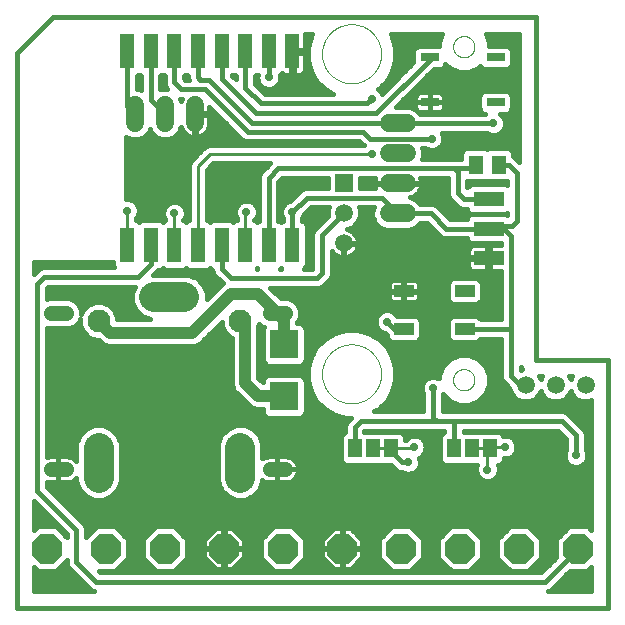
<source format=gtl>
G75*
%MOIN*%
%OFA0B0*%
%FSLAX25Y25*%
%IPPOS*%
%LPD*%
%AMOC8*
5,1,8,0,0,1.08239X$1,22.5*
%
%ADD10C,0.00000*%
%ADD11C,0.01600*%
%ADD12C,0.10000*%
%ADD13C,0.07677*%
%ADD14R,0.09449X0.09449*%
%ADD15OC8,0.10000*%
%ADD16R,0.05118X0.06299*%
%ADD17R,0.04600X0.06300*%
%ADD18C,0.01000*%
%ADD19C,0.06000*%
%ADD20C,0.05150*%
%ADD21R,0.04724X0.11811*%
%ADD22R,0.05937X0.05937*%
%ADD23C,0.05937*%
%ADD24R,0.10000X0.05000*%
%ADD25R,0.06500X0.03937*%
%ADD26R,0.06000X0.03000*%
%ADD27C,0.02800*%
%ADD28C,0.04000*%
D10*
X0103374Y0079753D02*
X0103377Y0079995D01*
X0103386Y0080236D01*
X0103401Y0080477D01*
X0103421Y0080718D01*
X0103448Y0080958D01*
X0103481Y0081197D01*
X0103519Y0081436D01*
X0103563Y0081673D01*
X0103613Y0081910D01*
X0103669Y0082145D01*
X0103731Y0082378D01*
X0103798Y0082610D01*
X0103871Y0082841D01*
X0103949Y0083069D01*
X0104034Y0083295D01*
X0104123Y0083520D01*
X0104218Y0083742D01*
X0104319Y0083961D01*
X0104425Y0084179D01*
X0104536Y0084393D01*
X0104653Y0084605D01*
X0104774Y0084813D01*
X0104901Y0085019D01*
X0105033Y0085221D01*
X0105170Y0085421D01*
X0105311Y0085616D01*
X0105457Y0085809D01*
X0105608Y0085997D01*
X0105764Y0086182D01*
X0105924Y0086363D01*
X0106088Y0086540D01*
X0106257Y0086713D01*
X0106430Y0086882D01*
X0106607Y0087046D01*
X0106788Y0087206D01*
X0106973Y0087362D01*
X0107161Y0087513D01*
X0107354Y0087659D01*
X0107549Y0087800D01*
X0107749Y0087937D01*
X0107951Y0088069D01*
X0108157Y0088196D01*
X0108365Y0088317D01*
X0108577Y0088434D01*
X0108791Y0088545D01*
X0109009Y0088651D01*
X0109228Y0088752D01*
X0109450Y0088847D01*
X0109675Y0088936D01*
X0109901Y0089021D01*
X0110129Y0089099D01*
X0110360Y0089172D01*
X0110592Y0089239D01*
X0110825Y0089301D01*
X0111060Y0089357D01*
X0111297Y0089407D01*
X0111534Y0089451D01*
X0111773Y0089489D01*
X0112012Y0089522D01*
X0112252Y0089549D01*
X0112493Y0089569D01*
X0112734Y0089584D01*
X0112975Y0089593D01*
X0113217Y0089596D01*
X0113459Y0089593D01*
X0113700Y0089584D01*
X0113941Y0089569D01*
X0114182Y0089549D01*
X0114422Y0089522D01*
X0114661Y0089489D01*
X0114900Y0089451D01*
X0115137Y0089407D01*
X0115374Y0089357D01*
X0115609Y0089301D01*
X0115842Y0089239D01*
X0116074Y0089172D01*
X0116305Y0089099D01*
X0116533Y0089021D01*
X0116759Y0088936D01*
X0116984Y0088847D01*
X0117206Y0088752D01*
X0117425Y0088651D01*
X0117643Y0088545D01*
X0117857Y0088434D01*
X0118069Y0088317D01*
X0118277Y0088196D01*
X0118483Y0088069D01*
X0118685Y0087937D01*
X0118885Y0087800D01*
X0119080Y0087659D01*
X0119273Y0087513D01*
X0119461Y0087362D01*
X0119646Y0087206D01*
X0119827Y0087046D01*
X0120004Y0086882D01*
X0120177Y0086713D01*
X0120346Y0086540D01*
X0120510Y0086363D01*
X0120670Y0086182D01*
X0120826Y0085997D01*
X0120977Y0085809D01*
X0121123Y0085616D01*
X0121264Y0085421D01*
X0121401Y0085221D01*
X0121533Y0085019D01*
X0121660Y0084813D01*
X0121781Y0084605D01*
X0121898Y0084393D01*
X0122009Y0084179D01*
X0122115Y0083961D01*
X0122216Y0083742D01*
X0122311Y0083520D01*
X0122400Y0083295D01*
X0122485Y0083069D01*
X0122563Y0082841D01*
X0122636Y0082610D01*
X0122703Y0082378D01*
X0122765Y0082145D01*
X0122821Y0081910D01*
X0122871Y0081673D01*
X0122915Y0081436D01*
X0122953Y0081197D01*
X0122986Y0080958D01*
X0123013Y0080718D01*
X0123033Y0080477D01*
X0123048Y0080236D01*
X0123057Y0079995D01*
X0123060Y0079753D01*
X0123057Y0079511D01*
X0123048Y0079270D01*
X0123033Y0079029D01*
X0123013Y0078788D01*
X0122986Y0078548D01*
X0122953Y0078309D01*
X0122915Y0078070D01*
X0122871Y0077833D01*
X0122821Y0077596D01*
X0122765Y0077361D01*
X0122703Y0077128D01*
X0122636Y0076896D01*
X0122563Y0076665D01*
X0122485Y0076437D01*
X0122400Y0076211D01*
X0122311Y0075986D01*
X0122216Y0075764D01*
X0122115Y0075545D01*
X0122009Y0075327D01*
X0121898Y0075113D01*
X0121781Y0074901D01*
X0121660Y0074693D01*
X0121533Y0074487D01*
X0121401Y0074285D01*
X0121264Y0074085D01*
X0121123Y0073890D01*
X0120977Y0073697D01*
X0120826Y0073509D01*
X0120670Y0073324D01*
X0120510Y0073143D01*
X0120346Y0072966D01*
X0120177Y0072793D01*
X0120004Y0072624D01*
X0119827Y0072460D01*
X0119646Y0072300D01*
X0119461Y0072144D01*
X0119273Y0071993D01*
X0119080Y0071847D01*
X0118885Y0071706D01*
X0118685Y0071569D01*
X0118483Y0071437D01*
X0118277Y0071310D01*
X0118069Y0071189D01*
X0117857Y0071072D01*
X0117643Y0070961D01*
X0117425Y0070855D01*
X0117206Y0070754D01*
X0116984Y0070659D01*
X0116759Y0070570D01*
X0116533Y0070485D01*
X0116305Y0070407D01*
X0116074Y0070334D01*
X0115842Y0070267D01*
X0115609Y0070205D01*
X0115374Y0070149D01*
X0115137Y0070099D01*
X0114900Y0070055D01*
X0114661Y0070017D01*
X0114422Y0069984D01*
X0114182Y0069957D01*
X0113941Y0069937D01*
X0113700Y0069922D01*
X0113459Y0069913D01*
X0113217Y0069910D01*
X0112975Y0069913D01*
X0112734Y0069922D01*
X0112493Y0069937D01*
X0112252Y0069957D01*
X0112012Y0069984D01*
X0111773Y0070017D01*
X0111534Y0070055D01*
X0111297Y0070099D01*
X0111060Y0070149D01*
X0110825Y0070205D01*
X0110592Y0070267D01*
X0110360Y0070334D01*
X0110129Y0070407D01*
X0109901Y0070485D01*
X0109675Y0070570D01*
X0109450Y0070659D01*
X0109228Y0070754D01*
X0109009Y0070855D01*
X0108791Y0070961D01*
X0108577Y0071072D01*
X0108365Y0071189D01*
X0108157Y0071310D01*
X0107951Y0071437D01*
X0107749Y0071569D01*
X0107549Y0071706D01*
X0107354Y0071847D01*
X0107161Y0071993D01*
X0106973Y0072144D01*
X0106788Y0072300D01*
X0106607Y0072460D01*
X0106430Y0072624D01*
X0106257Y0072793D01*
X0106088Y0072966D01*
X0105924Y0073143D01*
X0105764Y0073324D01*
X0105608Y0073509D01*
X0105457Y0073697D01*
X0105311Y0073890D01*
X0105170Y0074085D01*
X0105033Y0074285D01*
X0104901Y0074487D01*
X0104774Y0074693D01*
X0104653Y0074901D01*
X0104536Y0075113D01*
X0104425Y0075327D01*
X0104319Y0075545D01*
X0104218Y0075764D01*
X0104123Y0075986D01*
X0104034Y0076211D01*
X0103949Y0076437D01*
X0103871Y0076665D01*
X0103798Y0076896D01*
X0103731Y0077128D01*
X0103669Y0077361D01*
X0103613Y0077596D01*
X0103563Y0077833D01*
X0103519Y0078070D01*
X0103481Y0078309D01*
X0103448Y0078548D01*
X0103421Y0078788D01*
X0103401Y0079029D01*
X0103386Y0079270D01*
X0103377Y0079511D01*
X0103374Y0079753D01*
X0147076Y0077784D02*
X0147078Y0077902D01*
X0147084Y0078021D01*
X0147094Y0078139D01*
X0147108Y0078256D01*
X0147125Y0078373D01*
X0147147Y0078490D01*
X0147173Y0078605D01*
X0147202Y0078720D01*
X0147235Y0078834D01*
X0147272Y0078946D01*
X0147313Y0079057D01*
X0147357Y0079167D01*
X0147405Y0079275D01*
X0147457Y0079382D01*
X0147512Y0079487D01*
X0147571Y0079590D01*
X0147633Y0079690D01*
X0147698Y0079789D01*
X0147767Y0079886D01*
X0147838Y0079980D01*
X0147913Y0080071D01*
X0147991Y0080161D01*
X0148072Y0080247D01*
X0148156Y0080331D01*
X0148242Y0080412D01*
X0148332Y0080490D01*
X0148423Y0080565D01*
X0148517Y0080636D01*
X0148614Y0080705D01*
X0148713Y0080770D01*
X0148813Y0080832D01*
X0148916Y0080891D01*
X0149021Y0080946D01*
X0149128Y0080998D01*
X0149236Y0081046D01*
X0149346Y0081090D01*
X0149457Y0081131D01*
X0149569Y0081168D01*
X0149683Y0081201D01*
X0149798Y0081230D01*
X0149913Y0081256D01*
X0150030Y0081278D01*
X0150147Y0081295D01*
X0150264Y0081309D01*
X0150382Y0081319D01*
X0150501Y0081325D01*
X0150619Y0081327D01*
X0150737Y0081325D01*
X0150856Y0081319D01*
X0150974Y0081309D01*
X0151091Y0081295D01*
X0151208Y0081278D01*
X0151325Y0081256D01*
X0151440Y0081230D01*
X0151555Y0081201D01*
X0151669Y0081168D01*
X0151781Y0081131D01*
X0151892Y0081090D01*
X0152002Y0081046D01*
X0152110Y0080998D01*
X0152217Y0080946D01*
X0152322Y0080891D01*
X0152425Y0080832D01*
X0152525Y0080770D01*
X0152624Y0080705D01*
X0152721Y0080636D01*
X0152815Y0080565D01*
X0152906Y0080490D01*
X0152996Y0080412D01*
X0153082Y0080331D01*
X0153166Y0080247D01*
X0153247Y0080161D01*
X0153325Y0080071D01*
X0153400Y0079980D01*
X0153471Y0079886D01*
X0153540Y0079789D01*
X0153605Y0079690D01*
X0153667Y0079590D01*
X0153726Y0079487D01*
X0153781Y0079382D01*
X0153833Y0079275D01*
X0153881Y0079167D01*
X0153925Y0079057D01*
X0153966Y0078946D01*
X0154003Y0078834D01*
X0154036Y0078720D01*
X0154065Y0078605D01*
X0154091Y0078490D01*
X0154113Y0078373D01*
X0154130Y0078256D01*
X0154144Y0078139D01*
X0154154Y0078021D01*
X0154160Y0077902D01*
X0154162Y0077784D01*
X0154160Y0077666D01*
X0154154Y0077547D01*
X0154144Y0077429D01*
X0154130Y0077312D01*
X0154113Y0077195D01*
X0154091Y0077078D01*
X0154065Y0076963D01*
X0154036Y0076848D01*
X0154003Y0076734D01*
X0153966Y0076622D01*
X0153925Y0076511D01*
X0153881Y0076401D01*
X0153833Y0076293D01*
X0153781Y0076186D01*
X0153726Y0076081D01*
X0153667Y0075978D01*
X0153605Y0075878D01*
X0153540Y0075779D01*
X0153471Y0075682D01*
X0153400Y0075588D01*
X0153325Y0075497D01*
X0153247Y0075407D01*
X0153166Y0075321D01*
X0153082Y0075237D01*
X0152996Y0075156D01*
X0152906Y0075078D01*
X0152815Y0075003D01*
X0152721Y0074932D01*
X0152624Y0074863D01*
X0152525Y0074798D01*
X0152425Y0074736D01*
X0152322Y0074677D01*
X0152217Y0074622D01*
X0152110Y0074570D01*
X0152002Y0074522D01*
X0151892Y0074478D01*
X0151781Y0074437D01*
X0151669Y0074400D01*
X0151555Y0074367D01*
X0151440Y0074338D01*
X0151325Y0074312D01*
X0151208Y0074290D01*
X0151091Y0074273D01*
X0150974Y0074259D01*
X0150856Y0074249D01*
X0150737Y0074243D01*
X0150619Y0074241D01*
X0150501Y0074243D01*
X0150382Y0074249D01*
X0150264Y0074259D01*
X0150147Y0074273D01*
X0150030Y0074290D01*
X0149913Y0074312D01*
X0149798Y0074338D01*
X0149683Y0074367D01*
X0149569Y0074400D01*
X0149457Y0074437D01*
X0149346Y0074478D01*
X0149236Y0074522D01*
X0149128Y0074570D01*
X0149021Y0074622D01*
X0148916Y0074677D01*
X0148813Y0074736D01*
X0148713Y0074798D01*
X0148614Y0074863D01*
X0148517Y0074932D01*
X0148423Y0075003D01*
X0148332Y0075078D01*
X0148242Y0075156D01*
X0148156Y0075237D01*
X0148072Y0075321D01*
X0147991Y0075407D01*
X0147913Y0075497D01*
X0147838Y0075588D01*
X0147767Y0075682D01*
X0147698Y0075779D01*
X0147633Y0075878D01*
X0147571Y0075978D01*
X0147512Y0076081D01*
X0147457Y0076186D01*
X0147405Y0076293D01*
X0147357Y0076401D01*
X0147313Y0076511D01*
X0147272Y0076622D01*
X0147235Y0076734D01*
X0147202Y0076848D01*
X0147173Y0076963D01*
X0147147Y0077078D01*
X0147125Y0077195D01*
X0147108Y0077312D01*
X0147094Y0077429D01*
X0147084Y0077547D01*
X0147078Y0077666D01*
X0147076Y0077784D01*
X0103374Y0186446D02*
X0103377Y0186688D01*
X0103386Y0186929D01*
X0103401Y0187170D01*
X0103421Y0187411D01*
X0103448Y0187651D01*
X0103481Y0187890D01*
X0103519Y0188129D01*
X0103563Y0188366D01*
X0103613Y0188603D01*
X0103669Y0188838D01*
X0103731Y0189071D01*
X0103798Y0189303D01*
X0103871Y0189534D01*
X0103949Y0189762D01*
X0104034Y0189988D01*
X0104123Y0190213D01*
X0104218Y0190435D01*
X0104319Y0190654D01*
X0104425Y0190872D01*
X0104536Y0191086D01*
X0104653Y0191298D01*
X0104774Y0191506D01*
X0104901Y0191712D01*
X0105033Y0191914D01*
X0105170Y0192114D01*
X0105311Y0192309D01*
X0105457Y0192502D01*
X0105608Y0192690D01*
X0105764Y0192875D01*
X0105924Y0193056D01*
X0106088Y0193233D01*
X0106257Y0193406D01*
X0106430Y0193575D01*
X0106607Y0193739D01*
X0106788Y0193899D01*
X0106973Y0194055D01*
X0107161Y0194206D01*
X0107354Y0194352D01*
X0107549Y0194493D01*
X0107749Y0194630D01*
X0107951Y0194762D01*
X0108157Y0194889D01*
X0108365Y0195010D01*
X0108577Y0195127D01*
X0108791Y0195238D01*
X0109009Y0195344D01*
X0109228Y0195445D01*
X0109450Y0195540D01*
X0109675Y0195629D01*
X0109901Y0195714D01*
X0110129Y0195792D01*
X0110360Y0195865D01*
X0110592Y0195932D01*
X0110825Y0195994D01*
X0111060Y0196050D01*
X0111297Y0196100D01*
X0111534Y0196144D01*
X0111773Y0196182D01*
X0112012Y0196215D01*
X0112252Y0196242D01*
X0112493Y0196262D01*
X0112734Y0196277D01*
X0112975Y0196286D01*
X0113217Y0196289D01*
X0113459Y0196286D01*
X0113700Y0196277D01*
X0113941Y0196262D01*
X0114182Y0196242D01*
X0114422Y0196215D01*
X0114661Y0196182D01*
X0114900Y0196144D01*
X0115137Y0196100D01*
X0115374Y0196050D01*
X0115609Y0195994D01*
X0115842Y0195932D01*
X0116074Y0195865D01*
X0116305Y0195792D01*
X0116533Y0195714D01*
X0116759Y0195629D01*
X0116984Y0195540D01*
X0117206Y0195445D01*
X0117425Y0195344D01*
X0117643Y0195238D01*
X0117857Y0195127D01*
X0118069Y0195010D01*
X0118277Y0194889D01*
X0118483Y0194762D01*
X0118685Y0194630D01*
X0118885Y0194493D01*
X0119080Y0194352D01*
X0119273Y0194206D01*
X0119461Y0194055D01*
X0119646Y0193899D01*
X0119827Y0193739D01*
X0120004Y0193575D01*
X0120177Y0193406D01*
X0120346Y0193233D01*
X0120510Y0193056D01*
X0120670Y0192875D01*
X0120826Y0192690D01*
X0120977Y0192502D01*
X0121123Y0192309D01*
X0121264Y0192114D01*
X0121401Y0191914D01*
X0121533Y0191712D01*
X0121660Y0191506D01*
X0121781Y0191298D01*
X0121898Y0191086D01*
X0122009Y0190872D01*
X0122115Y0190654D01*
X0122216Y0190435D01*
X0122311Y0190213D01*
X0122400Y0189988D01*
X0122485Y0189762D01*
X0122563Y0189534D01*
X0122636Y0189303D01*
X0122703Y0189071D01*
X0122765Y0188838D01*
X0122821Y0188603D01*
X0122871Y0188366D01*
X0122915Y0188129D01*
X0122953Y0187890D01*
X0122986Y0187651D01*
X0123013Y0187411D01*
X0123033Y0187170D01*
X0123048Y0186929D01*
X0123057Y0186688D01*
X0123060Y0186446D01*
X0123057Y0186204D01*
X0123048Y0185963D01*
X0123033Y0185722D01*
X0123013Y0185481D01*
X0122986Y0185241D01*
X0122953Y0185002D01*
X0122915Y0184763D01*
X0122871Y0184526D01*
X0122821Y0184289D01*
X0122765Y0184054D01*
X0122703Y0183821D01*
X0122636Y0183589D01*
X0122563Y0183358D01*
X0122485Y0183130D01*
X0122400Y0182904D01*
X0122311Y0182679D01*
X0122216Y0182457D01*
X0122115Y0182238D01*
X0122009Y0182020D01*
X0121898Y0181806D01*
X0121781Y0181594D01*
X0121660Y0181386D01*
X0121533Y0181180D01*
X0121401Y0180978D01*
X0121264Y0180778D01*
X0121123Y0180583D01*
X0120977Y0180390D01*
X0120826Y0180202D01*
X0120670Y0180017D01*
X0120510Y0179836D01*
X0120346Y0179659D01*
X0120177Y0179486D01*
X0120004Y0179317D01*
X0119827Y0179153D01*
X0119646Y0178993D01*
X0119461Y0178837D01*
X0119273Y0178686D01*
X0119080Y0178540D01*
X0118885Y0178399D01*
X0118685Y0178262D01*
X0118483Y0178130D01*
X0118277Y0178003D01*
X0118069Y0177882D01*
X0117857Y0177765D01*
X0117643Y0177654D01*
X0117425Y0177548D01*
X0117206Y0177447D01*
X0116984Y0177352D01*
X0116759Y0177263D01*
X0116533Y0177178D01*
X0116305Y0177100D01*
X0116074Y0177027D01*
X0115842Y0176960D01*
X0115609Y0176898D01*
X0115374Y0176842D01*
X0115137Y0176792D01*
X0114900Y0176748D01*
X0114661Y0176710D01*
X0114422Y0176677D01*
X0114182Y0176650D01*
X0113941Y0176630D01*
X0113700Y0176615D01*
X0113459Y0176606D01*
X0113217Y0176603D01*
X0112975Y0176606D01*
X0112734Y0176615D01*
X0112493Y0176630D01*
X0112252Y0176650D01*
X0112012Y0176677D01*
X0111773Y0176710D01*
X0111534Y0176748D01*
X0111297Y0176792D01*
X0111060Y0176842D01*
X0110825Y0176898D01*
X0110592Y0176960D01*
X0110360Y0177027D01*
X0110129Y0177100D01*
X0109901Y0177178D01*
X0109675Y0177263D01*
X0109450Y0177352D01*
X0109228Y0177447D01*
X0109009Y0177548D01*
X0108791Y0177654D01*
X0108577Y0177765D01*
X0108365Y0177882D01*
X0108157Y0178003D01*
X0107951Y0178130D01*
X0107749Y0178262D01*
X0107549Y0178399D01*
X0107354Y0178540D01*
X0107161Y0178686D01*
X0106973Y0178837D01*
X0106788Y0178993D01*
X0106607Y0179153D01*
X0106430Y0179317D01*
X0106257Y0179486D01*
X0106088Y0179659D01*
X0105924Y0179836D01*
X0105764Y0180017D01*
X0105608Y0180202D01*
X0105457Y0180390D01*
X0105311Y0180583D01*
X0105170Y0180778D01*
X0105033Y0180978D01*
X0104901Y0181180D01*
X0104774Y0181386D01*
X0104653Y0181594D01*
X0104536Y0181806D01*
X0104425Y0182020D01*
X0104319Y0182238D01*
X0104218Y0182457D01*
X0104123Y0182679D01*
X0104034Y0182904D01*
X0103949Y0183130D01*
X0103871Y0183358D01*
X0103798Y0183589D01*
X0103731Y0183821D01*
X0103669Y0184054D01*
X0103613Y0184289D01*
X0103563Y0184526D01*
X0103519Y0184763D01*
X0103481Y0185002D01*
X0103448Y0185241D01*
X0103421Y0185481D01*
X0103401Y0185722D01*
X0103386Y0185963D01*
X0103377Y0186204D01*
X0103374Y0186446D01*
X0147076Y0188808D02*
X0147078Y0188926D01*
X0147084Y0189045D01*
X0147094Y0189163D01*
X0147108Y0189280D01*
X0147125Y0189397D01*
X0147147Y0189514D01*
X0147173Y0189629D01*
X0147202Y0189744D01*
X0147235Y0189858D01*
X0147272Y0189970D01*
X0147313Y0190081D01*
X0147357Y0190191D01*
X0147405Y0190299D01*
X0147457Y0190406D01*
X0147512Y0190511D01*
X0147571Y0190614D01*
X0147633Y0190714D01*
X0147698Y0190813D01*
X0147767Y0190910D01*
X0147838Y0191004D01*
X0147913Y0191095D01*
X0147991Y0191185D01*
X0148072Y0191271D01*
X0148156Y0191355D01*
X0148242Y0191436D01*
X0148332Y0191514D01*
X0148423Y0191589D01*
X0148517Y0191660D01*
X0148614Y0191729D01*
X0148713Y0191794D01*
X0148813Y0191856D01*
X0148916Y0191915D01*
X0149021Y0191970D01*
X0149128Y0192022D01*
X0149236Y0192070D01*
X0149346Y0192114D01*
X0149457Y0192155D01*
X0149569Y0192192D01*
X0149683Y0192225D01*
X0149798Y0192254D01*
X0149913Y0192280D01*
X0150030Y0192302D01*
X0150147Y0192319D01*
X0150264Y0192333D01*
X0150382Y0192343D01*
X0150501Y0192349D01*
X0150619Y0192351D01*
X0150737Y0192349D01*
X0150856Y0192343D01*
X0150974Y0192333D01*
X0151091Y0192319D01*
X0151208Y0192302D01*
X0151325Y0192280D01*
X0151440Y0192254D01*
X0151555Y0192225D01*
X0151669Y0192192D01*
X0151781Y0192155D01*
X0151892Y0192114D01*
X0152002Y0192070D01*
X0152110Y0192022D01*
X0152217Y0191970D01*
X0152322Y0191915D01*
X0152425Y0191856D01*
X0152525Y0191794D01*
X0152624Y0191729D01*
X0152721Y0191660D01*
X0152815Y0191589D01*
X0152906Y0191514D01*
X0152996Y0191436D01*
X0153082Y0191355D01*
X0153166Y0191271D01*
X0153247Y0191185D01*
X0153325Y0191095D01*
X0153400Y0191004D01*
X0153471Y0190910D01*
X0153540Y0190813D01*
X0153605Y0190714D01*
X0153667Y0190614D01*
X0153726Y0190511D01*
X0153781Y0190406D01*
X0153833Y0190299D01*
X0153881Y0190191D01*
X0153925Y0190081D01*
X0153966Y0189970D01*
X0154003Y0189858D01*
X0154036Y0189744D01*
X0154065Y0189629D01*
X0154091Y0189514D01*
X0154113Y0189397D01*
X0154130Y0189280D01*
X0154144Y0189163D01*
X0154154Y0189045D01*
X0154160Y0188926D01*
X0154162Y0188808D01*
X0154160Y0188690D01*
X0154154Y0188571D01*
X0154144Y0188453D01*
X0154130Y0188336D01*
X0154113Y0188219D01*
X0154091Y0188102D01*
X0154065Y0187987D01*
X0154036Y0187872D01*
X0154003Y0187758D01*
X0153966Y0187646D01*
X0153925Y0187535D01*
X0153881Y0187425D01*
X0153833Y0187317D01*
X0153781Y0187210D01*
X0153726Y0187105D01*
X0153667Y0187002D01*
X0153605Y0186902D01*
X0153540Y0186803D01*
X0153471Y0186706D01*
X0153400Y0186612D01*
X0153325Y0186521D01*
X0153247Y0186431D01*
X0153166Y0186345D01*
X0153082Y0186261D01*
X0152996Y0186180D01*
X0152906Y0186102D01*
X0152815Y0186027D01*
X0152721Y0185956D01*
X0152624Y0185887D01*
X0152525Y0185822D01*
X0152425Y0185760D01*
X0152322Y0185701D01*
X0152217Y0185646D01*
X0152110Y0185594D01*
X0152002Y0185546D01*
X0151892Y0185502D01*
X0151781Y0185461D01*
X0151669Y0185424D01*
X0151555Y0185391D01*
X0151440Y0185362D01*
X0151325Y0185336D01*
X0151208Y0185314D01*
X0151091Y0185297D01*
X0150974Y0185283D01*
X0150856Y0185273D01*
X0150737Y0185267D01*
X0150619Y0185265D01*
X0150501Y0185267D01*
X0150382Y0185273D01*
X0150264Y0185283D01*
X0150147Y0185297D01*
X0150030Y0185314D01*
X0149913Y0185336D01*
X0149798Y0185362D01*
X0149683Y0185391D01*
X0149569Y0185424D01*
X0149457Y0185461D01*
X0149346Y0185502D01*
X0149236Y0185546D01*
X0149128Y0185594D01*
X0149021Y0185646D01*
X0148916Y0185701D01*
X0148813Y0185760D01*
X0148713Y0185822D01*
X0148614Y0185887D01*
X0148517Y0185956D01*
X0148423Y0186027D01*
X0148332Y0186102D01*
X0148242Y0186180D01*
X0148156Y0186261D01*
X0148072Y0186345D01*
X0147991Y0186431D01*
X0147913Y0186521D01*
X0147838Y0186612D01*
X0147767Y0186706D01*
X0147698Y0186803D01*
X0147633Y0186902D01*
X0147571Y0187002D01*
X0147512Y0187105D01*
X0147457Y0187210D01*
X0147405Y0187317D01*
X0147357Y0187425D01*
X0147313Y0187535D01*
X0147272Y0187646D01*
X0147235Y0187758D01*
X0147202Y0187872D01*
X0147173Y0187987D01*
X0147147Y0188102D01*
X0147125Y0188219D01*
X0147108Y0188336D01*
X0147094Y0188453D01*
X0147084Y0188571D01*
X0147078Y0188690D01*
X0147076Y0188808D01*
D11*
X0198650Y0001800D02*
X0001800Y0001800D01*
X0001800Y0186839D01*
X0013611Y0198650D01*
X0174635Y0198650D01*
X0174635Y0084477D01*
X0198650Y0084477D01*
X0198650Y0001800D01*
X0193050Y0007400D02*
X0178755Y0007400D01*
X0179597Y0007749D01*
X0185933Y0014085D01*
X0191873Y0014085D01*
X0193050Y0015262D01*
X0193050Y0007400D01*
X0193050Y0008194D02*
X0180042Y0008194D01*
X0181641Y0009793D02*
X0193050Y0009793D01*
X0193050Y0011391D02*
X0183239Y0011391D01*
X0184838Y0012990D02*
X0193050Y0012990D01*
X0193050Y0014588D02*
X0192376Y0014588D01*
X0188808Y0021485D02*
X0177784Y0010461D01*
X0028178Y0010461D01*
X0021485Y0017154D01*
X0021485Y0027784D01*
X0008493Y0040776D01*
X0008493Y0109674D01*
X0010855Y0112036D01*
X0041957Y0112036D01*
X0046288Y0116367D01*
X0046288Y0122666D01*
X0050225Y0114941D02*
X0050010Y0114726D01*
X0049128Y0114361D01*
X0048807Y0114361D01*
X0047151Y0112704D01*
X0058981Y0112704D01*
X0061700Y0111577D01*
X0063782Y0109496D01*
X0064909Y0106776D01*
X0064909Y0104596D01*
X0069330Y0109017D01*
X0070245Y0109932D01*
X0067197Y0112979D01*
X0066710Y0114156D01*
X0066710Y0114510D01*
X0066189Y0114726D01*
X0065973Y0114941D01*
X0065758Y0114726D01*
X0064876Y0114361D01*
X0059197Y0114361D01*
X0058315Y0114726D01*
X0058099Y0114941D01*
X0057884Y0114726D01*
X0057002Y0114361D01*
X0051323Y0114361D01*
X0050441Y0114726D01*
X0050225Y0114941D01*
X0048143Y0113696D02*
X0066901Y0113696D01*
X0068080Y0112097D02*
X0060445Y0112097D01*
X0062779Y0110499D02*
X0069678Y0110499D01*
X0069213Y0108900D02*
X0064029Y0108900D01*
X0064691Y0107302D02*
X0067615Y0107302D01*
X0066016Y0105703D02*
X0064909Y0105703D01*
X0069892Y0097134D02*
X0069892Y0096189D01*
X0070842Y0093896D01*
X0072597Y0092141D01*
X0073384Y0091815D01*
X0073384Y0075728D01*
X0074054Y0074111D01*
X0075292Y0072873D01*
X0079623Y0068542D01*
X0081240Y0067872D01*
X0083652Y0067872D01*
X0083652Y0067071D01*
X0084017Y0066189D01*
X0084692Y0065513D01*
X0085575Y0065148D01*
X0095978Y0065148D01*
X0096860Y0065513D01*
X0097535Y0066189D01*
X0097901Y0067071D01*
X0097901Y0077474D01*
X0097535Y0078356D01*
X0096860Y0079031D01*
X0095978Y0079397D01*
X0085575Y0079397D01*
X0084692Y0079031D01*
X0084017Y0078356D01*
X0083652Y0077474D01*
X0083652Y0076958D01*
X0082184Y0078426D01*
X0082184Y0095742D01*
X0082369Y0096189D01*
X0082369Y0096432D01*
X0083100Y0095701D01*
X0083891Y0095373D01*
X0083652Y0094797D01*
X0083652Y0084393D01*
X0084017Y0083511D01*
X0084692Y0082836D01*
X0085575Y0082471D01*
X0095978Y0082471D01*
X0096860Y0082836D01*
X0097535Y0083511D01*
X0097901Y0084393D01*
X0097901Y0094797D01*
X0097535Y0095679D01*
X0096860Y0096354D01*
X0095978Y0096720D01*
X0095176Y0096720D01*
X0095176Y0096991D01*
X0095285Y0097100D01*
X0096043Y0098929D01*
X0096043Y0100908D01*
X0096042Y0100908D02*
X0163167Y0100908D01*
X0163167Y0102506D02*
X0095380Y0102506D01*
X0095285Y0102736D02*
X0093886Y0104136D01*
X0092057Y0104893D01*
X0089741Y0104893D01*
X0086191Y0108443D01*
X0102437Y0108443D01*
X0103613Y0108930D01*
X0105187Y0110504D01*
X0106088Y0111405D01*
X0106575Y0112581D01*
X0106575Y0120750D01*
X0106982Y0120190D01*
X0107512Y0119659D01*
X0108120Y0119218D01*
X0108788Y0118877D01*
X0109502Y0118645D01*
X0110244Y0118528D01*
X0110435Y0118528D01*
X0110435Y0123112D01*
X0110803Y0123112D01*
X0110803Y0123480D01*
X0115387Y0123480D01*
X0115387Y0123671D01*
X0115270Y0124413D01*
X0115038Y0125127D01*
X0114697Y0125795D01*
X0114256Y0126403D01*
X0113725Y0126933D01*
X0113118Y0127374D01*
X0112449Y0127715D01*
X0111736Y0127947D01*
X0111734Y0127947D01*
X0113660Y0128745D01*
X0115170Y0130255D01*
X0115987Y0132228D01*
X0115987Y0134364D01*
X0115635Y0135214D01*
X0120538Y0135214D01*
X0120172Y0134331D01*
X0120172Y0132183D01*
X0120994Y0130198D01*
X0122513Y0128679D01*
X0124498Y0127857D01*
X0132646Y0127857D01*
X0134630Y0128679D01*
X0136008Y0130057D01*
X0138309Y0130057D01*
X0142901Y0125465D01*
X0144077Y0124978D01*
X0151579Y0124978D01*
X0151852Y0124318D01*
X0152527Y0123643D01*
X0153409Y0123278D01*
X0163167Y0123278D01*
X0163167Y0122635D01*
X0159337Y0122635D01*
X0159337Y0118786D01*
X0158437Y0118786D01*
X0158437Y0122635D01*
X0153650Y0122635D01*
X0153192Y0122513D01*
X0152781Y0122276D01*
X0152446Y0121941D01*
X0152209Y0121530D01*
X0152087Y0121072D01*
X0152087Y0118785D01*
X0158437Y0118785D01*
X0158437Y0117885D01*
X0159337Y0117885D01*
X0159337Y0114035D01*
X0163167Y0114035D01*
X0163167Y0097913D01*
X0156260Y0097913D01*
X0156207Y0098041D01*
X0155532Y0098716D01*
X0154649Y0099082D01*
X0147195Y0099082D01*
X0146313Y0098716D01*
X0145637Y0098041D01*
X0145272Y0097159D01*
X0145272Y0092267D01*
X0145637Y0091385D01*
X0146313Y0090710D01*
X0147195Y0090345D01*
X0154649Y0090345D01*
X0155532Y0090710D01*
X0156207Y0091385D01*
X0156260Y0091513D01*
X0163167Y0091513D01*
X0163167Y0078329D01*
X0163654Y0077153D01*
X0164554Y0076253D01*
X0165854Y0074953D01*
X0166658Y0073011D01*
X0168168Y0071501D01*
X0170142Y0070683D01*
X0172277Y0070683D01*
X0174250Y0071501D01*
X0175761Y0073011D01*
X0176209Y0074094D01*
X0176658Y0073011D01*
X0178168Y0071501D01*
X0180142Y0070683D01*
X0182277Y0070683D01*
X0184250Y0071501D01*
X0185761Y0073011D01*
X0186209Y0074094D01*
X0186658Y0073011D01*
X0188168Y0071501D01*
X0190142Y0070683D01*
X0192277Y0070683D01*
X0193050Y0071004D01*
X0193050Y0027708D01*
X0191873Y0028885D01*
X0185743Y0028885D01*
X0181408Y0024550D01*
X0181408Y0018611D01*
X0176459Y0013661D01*
X0029503Y0013661D01*
X0029080Y0014085D01*
X0034393Y0014085D01*
X0038728Y0018420D01*
X0038728Y0024550D01*
X0034393Y0028885D01*
X0028262Y0028885D01*
X0024685Y0025308D01*
X0024685Y0028421D01*
X0024198Y0029597D01*
X0023298Y0030497D01*
X0011693Y0042102D01*
X0011693Y0043716D01*
X0011894Y0043651D01*
X0012574Y0043543D01*
X0015493Y0043543D01*
X0018412Y0043543D01*
X0019092Y0043651D01*
X0019747Y0043864D01*
X0020361Y0044176D01*
X0020918Y0044581D01*
X0021405Y0045068D01*
X0021487Y0045181D01*
X0021487Y0043714D01*
X0022613Y0040994D01*
X0024695Y0038912D01*
X0027415Y0037786D01*
X0030359Y0037786D01*
X0033078Y0038912D01*
X0035160Y0040994D01*
X0036287Y0043714D01*
X0036287Y0056658D01*
X0035160Y0059378D01*
X0033078Y0061459D01*
X0030359Y0062586D01*
X0027415Y0062586D01*
X0024695Y0061459D01*
X0022613Y0059378D01*
X0021487Y0056658D01*
X0021487Y0050655D01*
X0021405Y0050768D01*
X0020918Y0051255D01*
X0020361Y0051660D01*
X0019747Y0051972D01*
X0019092Y0052185D01*
X0018412Y0052293D01*
X0015493Y0052293D01*
X0015493Y0047918D01*
X0015493Y0043543D01*
X0015493Y0047918D01*
X0015493Y0047918D01*
X0015493Y0047918D01*
X0015493Y0052293D01*
X0012574Y0052293D01*
X0011894Y0052185D01*
X0011693Y0052120D01*
X0011693Y0095041D01*
X0011929Y0094943D01*
X0019057Y0094943D01*
X0020886Y0095701D01*
X0022285Y0097100D01*
X0022648Y0097976D01*
X0022648Y0096189D01*
X0023598Y0093896D01*
X0025353Y0092141D01*
X0027646Y0091191D01*
X0028903Y0091191D01*
X0029054Y0091040D01*
X0030292Y0089802D01*
X0031909Y0089132D01*
X0060943Y0089132D01*
X0062560Y0089802D01*
X0069892Y0097134D01*
X0069924Y0096112D02*
X0068870Y0096112D01*
X0067272Y0094514D02*
X0070586Y0094514D01*
X0071823Y0092915D02*
X0065673Y0092915D01*
X0064075Y0091317D02*
X0073384Y0091317D01*
X0073384Y0089718D02*
X0062357Y0089718D01*
X0073384Y0088120D02*
X0011693Y0088120D01*
X0011693Y0089718D02*
X0030495Y0089718D01*
X0027343Y0091317D02*
X0011693Y0091317D01*
X0011693Y0092915D02*
X0024579Y0092915D01*
X0023342Y0094514D02*
X0011693Y0094514D01*
X0011693Y0086521D02*
X0073384Y0086521D01*
X0073384Y0084923D02*
X0011693Y0084923D01*
X0011693Y0083324D02*
X0073384Y0083324D01*
X0073384Y0081726D02*
X0011693Y0081726D01*
X0011693Y0080127D02*
X0073384Y0080127D01*
X0073384Y0078529D02*
X0011693Y0078529D01*
X0011693Y0076930D02*
X0073384Y0076930D01*
X0073548Y0075332D02*
X0011693Y0075332D01*
X0011693Y0073733D02*
X0074432Y0073733D01*
X0076030Y0072134D02*
X0011693Y0072134D01*
X0011693Y0070536D02*
X0077629Y0070536D01*
X0079227Y0068937D02*
X0011693Y0068937D01*
X0011693Y0067339D02*
X0083652Y0067339D01*
X0084465Y0065740D02*
X0011693Y0065740D01*
X0011693Y0064142D02*
X0111979Y0064142D01*
X0111591Y0063754D02*
X0111104Y0062578D01*
X0111104Y0060325D01*
X0110644Y0060134D01*
X0109969Y0059459D01*
X0109604Y0058577D01*
X0109604Y0051322D01*
X0109969Y0050440D01*
X0110644Y0049765D01*
X0111527Y0049400D01*
X0117081Y0049400D01*
X0117304Y0049492D01*
X0117527Y0049400D01*
X0123081Y0049400D01*
X0123304Y0049492D01*
X0123527Y0049400D01*
X0126328Y0049400D01*
X0128216Y0047512D01*
X0129392Y0047025D01*
X0129941Y0047025D01*
X0129962Y0047004D01*
X0131359Y0046425D01*
X0132871Y0046425D01*
X0134267Y0047004D01*
X0135336Y0048073D01*
X0135915Y0049469D01*
X0135915Y0050981D01*
X0135559Y0051841D01*
X0136236Y0052122D01*
X0137305Y0053191D01*
X0137883Y0054587D01*
X0137883Y0056099D01*
X0137305Y0057496D01*
X0136236Y0058565D01*
X0134839Y0059143D01*
X0133328Y0059143D01*
X0131931Y0058565D01*
X0131216Y0057850D01*
X0131004Y0057850D01*
X0131004Y0058577D01*
X0130639Y0059459D01*
X0129963Y0060134D01*
X0129081Y0060500D01*
X0123527Y0060500D01*
X0123304Y0060407D01*
X0123081Y0060500D01*
X0117527Y0060500D01*
X0117504Y0060490D01*
X0117504Y0060616D01*
X0117692Y0060805D01*
X0144175Y0060805D01*
X0144175Y0060325D01*
X0143715Y0060134D01*
X0143040Y0059459D01*
X0142675Y0058577D01*
X0142675Y0051322D01*
X0143040Y0050440D01*
X0143715Y0049765D01*
X0144597Y0049400D01*
X0150152Y0049400D01*
X0150375Y0049492D01*
X0150597Y0049400D01*
X0155016Y0049400D01*
X0154693Y0048619D01*
X0154693Y0047107D01*
X0155271Y0045710D01*
X0156340Y0044642D01*
X0157737Y0044063D01*
X0159249Y0044063D01*
X0160645Y0044642D01*
X0161714Y0045710D01*
X0162293Y0047107D01*
X0162293Y0048619D01*
X0161969Y0049400D01*
X0162152Y0049400D01*
X0163034Y0049765D01*
X0163709Y0050440D01*
X0164075Y0051322D01*
X0164075Y0051543D01*
X0165154Y0051543D01*
X0166551Y0052122D01*
X0167620Y0053191D01*
X0168198Y0054587D01*
X0168198Y0056099D01*
X0167620Y0057496D01*
X0166551Y0058565D01*
X0165154Y0059143D01*
X0163840Y0059143D01*
X0163709Y0059459D01*
X0163034Y0060134D01*
X0162152Y0060500D01*
X0156597Y0060500D01*
X0156375Y0060407D01*
X0156152Y0060500D01*
X0150597Y0060500D01*
X0150575Y0060490D01*
X0150575Y0060805D01*
X0181971Y0060805D01*
X0184820Y0057955D01*
X0184820Y0054761D01*
X0184799Y0054740D01*
X0184220Y0053343D01*
X0184220Y0051832D01*
X0184799Y0050435D01*
X0185868Y0049366D01*
X0187265Y0048787D01*
X0188776Y0048787D01*
X0190173Y0049366D01*
X0191242Y0050435D01*
X0191820Y0051832D01*
X0191820Y0053343D01*
X0191242Y0054740D01*
X0191220Y0054761D01*
X0191220Y0059917D01*
X0190733Y0061093D01*
X0189833Y0061993D01*
X0185109Y0066718D01*
X0183933Y0067205D01*
X0143583Y0067205D01*
X0143583Y0072854D01*
X0143604Y0072876D01*
X0143640Y0072963D01*
X0145893Y0070711D01*
X0148959Y0069441D01*
X0152278Y0069441D01*
X0155345Y0070711D01*
X0157692Y0073058D01*
X0158962Y0076125D01*
X0158962Y0079444D01*
X0157692Y0082510D01*
X0155345Y0084857D01*
X0152278Y0086128D01*
X0148959Y0086128D01*
X0145893Y0084857D01*
X0143546Y0082510D01*
X0142276Y0079444D01*
X0142276Y0078357D01*
X0141139Y0078828D01*
X0139627Y0078828D01*
X0138230Y0078250D01*
X0137161Y0077181D01*
X0136583Y0075784D01*
X0136583Y0074272D01*
X0137161Y0072876D01*
X0137183Y0072854D01*
X0137183Y0067205D01*
X0120768Y0067205D01*
X0122208Y0068036D01*
X0124934Y0070762D01*
X0126862Y0074101D01*
X0127860Y0077825D01*
X0127860Y0081680D01*
X0126862Y0085405D01*
X0124934Y0088743D01*
X0122208Y0091470D01*
X0118869Y0093397D01*
X0115145Y0094395D01*
X0111290Y0094395D01*
X0107566Y0093397D01*
X0104227Y0091470D01*
X0101500Y0088743D01*
X0099573Y0085405D01*
X0098575Y0081680D01*
X0098575Y0077825D01*
X0099573Y0074101D01*
X0101500Y0070762D01*
X0104227Y0068036D01*
X0107566Y0066108D01*
X0111290Y0065110D01*
X0112947Y0065110D01*
X0111591Y0063754D01*
X0111104Y0062543D02*
X0077705Y0062543D01*
X0077603Y0062586D02*
X0074659Y0062586D01*
X0071939Y0061459D01*
X0069857Y0059378D01*
X0068731Y0056658D01*
X0068731Y0043714D01*
X0069857Y0040994D01*
X0071939Y0038912D01*
X0074659Y0037786D01*
X0077603Y0037786D01*
X0080322Y0038912D01*
X0082404Y0040994D01*
X0083531Y0043714D01*
X0083531Y0044245D01*
X0083625Y0044176D01*
X0084239Y0043864D01*
X0084894Y0043651D01*
X0085574Y0043543D01*
X0088493Y0043543D01*
X0091412Y0043543D01*
X0092092Y0043651D01*
X0092747Y0043864D01*
X0093361Y0044176D01*
X0093918Y0044581D01*
X0094405Y0045068D01*
X0094809Y0045625D01*
X0095122Y0046239D01*
X0095335Y0046894D01*
X0095443Y0047574D01*
X0095443Y0047918D01*
X0088493Y0047918D01*
X0088493Y0043543D01*
X0088493Y0047918D01*
X0088493Y0047918D01*
X0088493Y0047918D01*
X0095443Y0047918D01*
X0095443Y0048262D01*
X0095335Y0048943D01*
X0095122Y0049597D01*
X0094809Y0050211D01*
X0094405Y0050768D01*
X0093918Y0051255D01*
X0093361Y0051660D01*
X0092747Y0051972D01*
X0092092Y0052185D01*
X0091412Y0052293D01*
X0088493Y0052293D01*
X0088493Y0047918D01*
X0088493Y0047918D01*
X0088493Y0052293D01*
X0085574Y0052293D01*
X0084894Y0052185D01*
X0084239Y0051972D01*
X0083625Y0051660D01*
X0083531Y0051591D01*
X0083531Y0056658D01*
X0082404Y0059378D01*
X0080322Y0061459D01*
X0077603Y0062586D01*
X0074556Y0062543D02*
X0030461Y0062543D01*
X0033593Y0060945D02*
X0071425Y0060945D01*
X0069844Y0059346D02*
X0035173Y0059346D01*
X0035835Y0057748D02*
X0069182Y0057748D01*
X0068731Y0056149D02*
X0036287Y0056149D01*
X0036287Y0054551D02*
X0068731Y0054551D01*
X0068731Y0052952D02*
X0036287Y0052952D01*
X0036287Y0051354D02*
X0068731Y0051354D01*
X0068731Y0049755D02*
X0036287Y0049755D01*
X0036287Y0048157D02*
X0068731Y0048157D01*
X0068731Y0046558D02*
X0036287Y0046558D01*
X0036287Y0044960D02*
X0068731Y0044960D01*
X0068877Y0043361D02*
X0036141Y0043361D01*
X0035478Y0041763D02*
X0069539Y0041763D01*
X0070687Y0040164D02*
X0034330Y0040164D01*
X0032241Y0038566D02*
X0072776Y0038566D01*
X0079486Y0038566D02*
X0193050Y0038566D01*
X0193050Y0040164D02*
X0081574Y0040164D01*
X0082723Y0041763D02*
X0193050Y0041763D01*
X0193050Y0043361D02*
X0083385Y0043361D01*
X0088493Y0044960D02*
X0088493Y0044960D01*
X0088493Y0046558D02*
X0088493Y0046558D01*
X0088493Y0048157D02*
X0088493Y0048157D01*
X0088493Y0049755D02*
X0088493Y0049755D01*
X0088493Y0051354D02*
X0088493Y0051354D01*
X0093782Y0051354D02*
X0109604Y0051354D01*
X0109604Y0052952D02*
X0083531Y0052952D01*
X0083531Y0054551D02*
X0109604Y0054551D01*
X0109604Y0056149D02*
X0083531Y0056149D01*
X0083079Y0057748D02*
X0109604Y0057748D01*
X0109923Y0059346D02*
X0082417Y0059346D01*
X0080837Y0060945D02*
X0111104Y0060945D01*
X0114304Y0061942D02*
X0116367Y0064005D01*
X0141564Y0064005D01*
X0140383Y0065186D01*
X0140383Y0075028D01*
X0141862Y0078529D02*
X0142276Y0078529D01*
X0142559Y0080127D02*
X0127860Y0080127D01*
X0127860Y0078529D02*
X0138903Y0078529D01*
X0137057Y0076930D02*
X0127620Y0076930D01*
X0127192Y0075332D02*
X0136583Y0075332D01*
X0136806Y0073733D02*
X0126650Y0073733D01*
X0125727Y0072134D02*
X0137183Y0072134D01*
X0137183Y0070536D02*
X0124708Y0070536D01*
X0123110Y0068937D02*
X0137183Y0068937D01*
X0137183Y0067339D02*
X0121001Y0067339D01*
X0114304Y0061942D02*
X0114304Y0054950D01*
X0110668Y0049755D02*
X0095042Y0049755D01*
X0095443Y0048157D02*
X0127571Y0048157D01*
X0130028Y0050225D02*
X0125304Y0054950D01*
X0130028Y0050225D02*
X0132115Y0050225D01*
X0135761Y0051354D02*
X0142675Y0051354D01*
X0142675Y0052952D02*
X0137067Y0052952D01*
X0137868Y0054551D02*
X0142675Y0054551D01*
X0142675Y0056149D02*
X0137863Y0056149D01*
X0137053Y0057748D02*
X0142675Y0057748D01*
X0142994Y0059346D02*
X0130685Y0059346D01*
X0135915Y0049755D02*
X0143739Y0049755D01*
X0147375Y0054950D02*
X0147375Y0063706D01*
X0143583Y0067339D02*
X0193050Y0067339D01*
X0193050Y0068937D02*
X0143583Y0068937D01*
X0143583Y0070536D02*
X0146316Y0070536D01*
X0144469Y0072134D02*
X0143583Y0072134D01*
X0141564Y0064005D02*
X0183296Y0064005D01*
X0188020Y0059280D01*
X0188020Y0052587D01*
X0184418Y0051354D02*
X0164075Y0051354D01*
X0163011Y0049755D02*
X0185479Y0049755D01*
X0184220Y0052952D02*
X0167381Y0052952D01*
X0168183Y0054551D02*
X0184721Y0054551D01*
X0184820Y0056149D02*
X0168178Y0056149D01*
X0167368Y0057748D02*
X0184820Y0057748D01*
X0183429Y0059346D02*
X0163756Y0059346D01*
X0162293Y0048157D02*
X0193050Y0048157D01*
X0193050Y0049755D02*
X0190562Y0049755D01*
X0191623Y0051354D02*
X0193050Y0051354D01*
X0193050Y0052952D02*
X0191820Y0052952D01*
X0191320Y0054551D02*
X0193050Y0054551D01*
X0193050Y0056149D02*
X0191220Y0056149D01*
X0191220Y0057748D02*
X0193050Y0057748D01*
X0193050Y0059346D02*
X0191220Y0059346D01*
X0190795Y0060945D02*
X0193050Y0060945D01*
X0193050Y0062543D02*
X0189283Y0062543D01*
X0189833Y0061993D02*
X0189833Y0061993D01*
X0187684Y0064142D02*
X0193050Y0064142D01*
X0193050Y0065740D02*
X0186086Y0065740D01*
X0184884Y0072134D02*
X0187535Y0072134D01*
X0186359Y0073733D02*
X0186060Y0073733D01*
X0186209Y0078009D02*
X0185850Y0078877D01*
X0186569Y0078877D01*
X0186209Y0078009D01*
X0185994Y0078529D02*
X0186424Y0078529D01*
X0193050Y0070536D02*
X0154922Y0070536D01*
X0156768Y0072134D02*
X0167535Y0072134D01*
X0166359Y0073733D02*
X0157972Y0073733D01*
X0158634Y0075332D02*
X0165475Y0075332D01*
X0163877Y0076930D02*
X0158962Y0076930D01*
X0158962Y0078529D02*
X0163167Y0078529D01*
X0163167Y0080127D02*
X0158679Y0080127D01*
X0158017Y0081726D02*
X0163167Y0081726D01*
X0163167Y0083324D02*
X0156878Y0083324D01*
X0155188Y0084923D02*
X0163167Y0084923D01*
X0163167Y0086521D02*
X0126217Y0086521D01*
X0126991Y0084923D02*
X0146050Y0084923D01*
X0144360Y0083324D02*
X0127419Y0083324D01*
X0127848Y0081726D02*
X0143221Y0081726D01*
X0145706Y0091317D02*
X0135847Y0091317D01*
X0135915Y0091385D02*
X0136281Y0092267D01*
X0136281Y0097159D01*
X0135915Y0098041D01*
X0135240Y0098716D01*
X0134358Y0099082D01*
X0128310Y0099082D01*
X0128250Y0099228D01*
X0127181Y0100297D01*
X0125784Y0100876D01*
X0124272Y0100876D01*
X0122876Y0100297D01*
X0121807Y0099228D01*
X0121228Y0097831D01*
X0121228Y0096320D01*
X0121807Y0094923D01*
X0122876Y0093854D01*
X0124272Y0093276D01*
X0124303Y0093276D01*
X0124981Y0092598D01*
X0124981Y0092267D01*
X0125346Y0091385D01*
X0126021Y0090710D01*
X0126903Y0090345D01*
X0134358Y0090345D01*
X0135240Y0090710D01*
X0135915Y0091385D01*
X0136281Y0092915D02*
X0145272Y0092915D01*
X0145272Y0094514D02*
X0136281Y0094514D01*
X0136281Y0096112D02*
X0145272Y0096112D01*
X0145500Y0097711D02*
X0136052Y0097711D01*
X0130631Y0094713D02*
X0127391Y0094713D01*
X0125028Y0097076D01*
X0128169Y0099309D02*
X0163167Y0099309D01*
X0163167Y0104105D02*
X0156257Y0104105D01*
X0156207Y0103984D02*
X0156572Y0104866D01*
X0156572Y0109758D01*
X0156207Y0110640D01*
X0155532Y0111315D01*
X0154649Y0111680D01*
X0147195Y0111680D01*
X0146313Y0111315D01*
X0145637Y0110640D01*
X0145272Y0109758D01*
X0145272Y0104866D01*
X0145637Y0103984D01*
X0146313Y0103309D01*
X0147195Y0102943D01*
X0154649Y0102943D01*
X0155532Y0103309D01*
X0156207Y0103984D01*
X0156572Y0105703D02*
X0163167Y0105703D01*
X0163167Y0107302D02*
X0156572Y0107302D01*
X0156572Y0108900D02*
X0163167Y0108900D01*
X0163167Y0110499D02*
X0156265Y0110499D01*
X0158437Y0114035D02*
X0153650Y0114035D01*
X0153192Y0114158D01*
X0152781Y0114395D01*
X0152446Y0114730D01*
X0152209Y0115141D01*
X0152087Y0115598D01*
X0152087Y0117885D01*
X0158437Y0117885D01*
X0158437Y0114035D01*
X0158437Y0115294D02*
X0159337Y0115294D01*
X0159337Y0116893D02*
X0158437Y0116893D01*
X0158437Y0118491D02*
X0106575Y0118491D01*
X0106575Y0116893D02*
X0152087Y0116893D01*
X0152168Y0115294D02*
X0106575Y0115294D01*
X0106575Y0113696D02*
X0163167Y0113696D01*
X0163167Y0112097D02*
X0106375Y0112097D01*
X0105182Y0110499D02*
X0126054Y0110499D01*
X0125940Y0110386D02*
X0125703Y0109975D01*
X0125581Y0109517D01*
X0125581Y0107496D01*
X0130446Y0107496D01*
X0130446Y0107128D01*
X0125581Y0107128D01*
X0125581Y0105106D01*
X0125703Y0104649D01*
X0125940Y0104238D01*
X0126275Y0103903D01*
X0126686Y0103666D01*
X0127144Y0103543D01*
X0130446Y0103543D01*
X0130446Y0107127D01*
X0130815Y0107127D01*
X0130815Y0103543D01*
X0134118Y0103543D01*
X0134575Y0103666D01*
X0134986Y0103903D01*
X0135321Y0104238D01*
X0135558Y0104649D01*
X0135681Y0105106D01*
X0135681Y0107128D01*
X0130815Y0107128D01*
X0130815Y0107496D01*
X0135681Y0107496D01*
X0135681Y0109517D01*
X0135558Y0109975D01*
X0135321Y0110386D01*
X0134986Y0110721D01*
X0134575Y0110958D01*
X0134118Y0111080D01*
X0130815Y0111080D01*
X0130815Y0107496D01*
X0130446Y0107496D01*
X0130446Y0111080D01*
X0127144Y0111080D01*
X0126686Y0110958D01*
X0126275Y0110721D01*
X0125940Y0110386D01*
X0125581Y0108900D02*
X0103542Y0108900D01*
X0101800Y0111643D02*
X0103375Y0113217D01*
X0103375Y0126052D01*
X0110619Y0133296D01*
X0115594Y0131279D02*
X0120546Y0131279D01*
X0120172Y0132878D02*
X0115987Y0132878D01*
X0115941Y0134476D02*
X0120232Y0134476D01*
X0123414Y0138414D02*
X0098257Y0138414D01*
X0093532Y0133690D01*
X0093532Y0122666D01*
X0098294Y0123287D02*
X0100175Y0123287D01*
X0100175Y0124885D02*
X0098294Y0124885D01*
X0098294Y0126484D02*
X0100175Y0126484D01*
X0100175Y0126688D02*
X0100175Y0114843D01*
X0097370Y0114843D01*
X0097929Y0115401D01*
X0098294Y0116283D01*
X0098294Y0129049D01*
X0097929Y0129931D01*
X0097254Y0130606D01*
X0096732Y0130822D01*
X0096732Y0131516D01*
X0096754Y0131537D01*
X0097332Y0132934D01*
X0097332Y0132964D01*
X0099582Y0135214D01*
X0105603Y0135214D01*
X0105250Y0134364D01*
X0105250Y0132453D01*
X0100662Y0127865D01*
X0100175Y0126688D01*
X0100880Y0128082D02*
X0098294Y0128082D01*
X0098033Y0129681D02*
X0102478Y0129681D01*
X0104077Y0131279D02*
X0096732Y0131279D01*
X0097309Y0132878D02*
X0105250Y0132878D01*
X0105297Y0134476D02*
X0098844Y0134476D01*
X0094589Y0139272D02*
X0088858Y0139272D01*
X0088858Y0140870D02*
X0096188Y0140870D01*
X0096444Y0141127D02*
X0092807Y0137490D01*
X0092776Y0137490D01*
X0091380Y0136911D01*
X0090311Y0135842D01*
X0089732Y0134446D01*
X0089732Y0132934D01*
X0090311Y0131537D01*
X0090332Y0131516D01*
X0090332Y0130822D01*
X0089811Y0130606D01*
X0089595Y0130391D01*
X0089380Y0130606D01*
X0088858Y0130822D01*
X0088858Y0143782D01*
X0090133Y0145057D01*
X0105250Y0145057D01*
X0105250Y0141614D01*
X0097620Y0141614D01*
X0096444Y0141127D01*
X0092991Y0137673D02*
X0088858Y0137673D01*
X0088858Y0136075D02*
X0090543Y0136075D01*
X0089745Y0134476D02*
X0088858Y0134476D01*
X0088858Y0132878D02*
X0089755Y0132878D01*
X0090332Y0131279D02*
X0088858Y0131279D01*
X0082458Y0131279D02*
X0081142Y0131279D01*
X0081399Y0131537D02*
X0081978Y0132934D01*
X0081978Y0134446D01*
X0081399Y0135842D01*
X0080330Y0136911D01*
X0078934Y0137490D01*
X0077422Y0137490D01*
X0076025Y0136911D01*
X0074956Y0135842D01*
X0074378Y0134446D01*
X0074378Y0132934D01*
X0074884Y0131712D01*
X0074884Y0130947D01*
X0074063Y0130606D01*
X0073847Y0130391D01*
X0073632Y0130606D01*
X0072750Y0130972D01*
X0067071Y0130972D01*
X0066189Y0130606D01*
X0065973Y0130391D01*
X0065758Y0130606D01*
X0064936Y0130947D01*
X0064936Y0147843D01*
X0067174Y0150081D01*
X0086107Y0150081D01*
X0086095Y0150069D01*
X0082945Y0146920D01*
X0082458Y0145744D01*
X0082458Y0144471D01*
X0082458Y0130822D01*
X0081937Y0130606D01*
X0081721Y0130391D01*
X0081506Y0130606D01*
X0080772Y0130910D01*
X0081399Y0131537D01*
X0081955Y0132878D02*
X0082458Y0132878D01*
X0082458Y0134476D02*
X0081965Y0134476D01*
X0082458Y0136075D02*
X0081167Y0136075D01*
X0082458Y0137673D02*
X0064936Y0137673D01*
X0064936Y0136075D02*
X0075189Y0136075D01*
X0074391Y0134476D02*
X0064936Y0134476D01*
X0064936Y0132878D02*
X0074401Y0132878D01*
X0074884Y0131279D02*
X0064936Y0131279D01*
X0059136Y0131279D02*
X0057440Y0131279D01*
X0057384Y0131144D02*
X0057962Y0132540D01*
X0057962Y0134052D01*
X0057384Y0135449D01*
X0056315Y0136518D01*
X0054918Y0137096D01*
X0053406Y0137096D01*
X0052010Y0136518D01*
X0050941Y0135449D01*
X0050362Y0134052D01*
X0050362Y0132540D01*
X0050941Y0131144D01*
X0051174Y0130910D01*
X0050441Y0130606D01*
X0050225Y0130391D01*
X0050010Y0130606D01*
X0049128Y0130972D01*
X0043449Y0130972D01*
X0042566Y0130606D01*
X0042351Y0130391D01*
X0042136Y0130606D01*
X0041314Y0130947D01*
X0041314Y0131609D01*
X0041636Y0131931D01*
X0042214Y0133328D01*
X0042214Y0134839D01*
X0041636Y0136236D01*
X0040567Y0137305D01*
X0039170Y0137883D01*
X0038020Y0137883D01*
X0038020Y0158761D01*
X0039938Y0157967D01*
X0042087Y0157967D01*
X0044071Y0158789D01*
X0045590Y0160308D01*
X0046013Y0161327D01*
X0046435Y0160308D01*
X0047954Y0158789D01*
X0049938Y0157967D01*
X0052087Y0157967D01*
X0054071Y0158789D01*
X0055590Y0160308D01*
X0056358Y0162160D01*
X0056564Y0161524D01*
X0056907Y0160851D01*
X0057351Y0160240D01*
X0057886Y0159706D01*
X0058497Y0159262D01*
X0059170Y0158919D01*
X0059889Y0158685D01*
X0060635Y0158567D01*
X0060813Y0158567D01*
X0060813Y0166167D01*
X0061213Y0166167D01*
X0061213Y0166567D01*
X0065813Y0166567D01*
X0065813Y0168695D01*
X0075859Y0158649D01*
X0076759Y0157749D01*
X0077935Y0157261D01*
X0115829Y0157261D01*
X0116804Y0156287D01*
X0117209Y0155881D01*
X0065396Y0155881D01*
X0064330Y0155440D01*
X0063515Y0154624D01*
X0059578Y0150687D01*
X0059136Y0149621D01*
X0059136Y0130947D01*
X0058315Y0130606D01*
X0058099Y0130391D01*
X0057884Y0130606D01*
X0057150Y0130910D01*
X0057384Y0131144D01*
X0057962Y0132878D02*
X0059136Y0132878D01*
X0059136Y0134476D02*
X0057786Y0134476D01*
X0056757Y0136075D02*
X0059136Y0136075D01*
X0059136Y0137673D02*
X0039677Y0137673D01*
X0038020Y0139272D02*
X0059136Y0139272D01*
X0059136Y0140870D02*
X0038020Y0140870D01*
X0038020Y0142469D02*
X0059136Y0142469D01*
X0059136Y0144068D02*
X0038020Y0144068D01*
X0038020Y0145666D02*
X0059136Y0145666D01*
X0059136Y0147265D02*
X0038020Y0147265D01*
X0038020Y0148863D02*
X0059136Y0148863D01*
X0059484Y0150462D02*
X0038020Y0150462D01*
X0038020Y0152060D02*
X0060951Y0152060D01*
X0062549Y0153659D02*
X0038020Y0153659D01*
X0038020Y0155257D02*
X0064148Y0155257D01*
X0062855Y0158919D02*
X0062137Y0158685D01*
X0061390Y0158567D01*
X0061213Y0158567D01*
X0061213Y0166167D01*
X0065813Y0166167D01*
X0065813Y0162989D01*
X0065694Y0162243D01*
X0065461Y0161524D01*
X0065118Y0160851D01*
X0064674Y0160240D01*
X0064140Y0159706D01*
X0063528Y0159262D01*
X0062855Y0158919D01*
X0064487Y0160053D02*
X0074455Y0160053D01*
X0072856Y0161651D02*
X0065502Y0161651D01*
X0065813Y0163250D02*
X0071258Y0163250D01*
X0069659Y0164848D02*
X0065813Y0164848D01*
X0068061Y0166447D02*
X0061213Y0166447D01*
X0061213Y0164848D02*
X0060813Y0164848D01*
X0060813Y0163250D02*
X0061213Y0163250D01*
X0061213Y0161651D02*
X0060813Y0161651D01*
X0060813Y0160053D02*
X0061213Y0160053D01*
X0057539Y0160053D02*
X0055335Y0160053D01*
X0056147Y0161651D02*
X0056523Y0161651D01*
X0053263Y0158454D02*
X0076053Y0158454D01*
X0078572Y0160461D02*
X0117154Y0160461D01*
X0119517Y0158099D01*
X0139989Y0158099D01*
X0137815Y0154899D02*
X0137836Y0154878D01*
X0139233Y0154299D01*
X0140745Y0154299D01*
X0142141Y0154878D01*
X0143210Y0155947D01*
X0143789Y0157343D01*
X0143789Y0158855D01*
X0143308Y0160017D01*
X0158287Y0160017D01*
X0158309Y0159996D01*
X0159706Y0159417D01*
X0161217Y0159417D01*
X0162614Y0159996D01*
X0163683Y0161065D01*
X0164261Y0162461D01*
X0164261Y0163973D01*
X0163683Y0165370D01*
X0162668Y0166384D01*
X0164703Y0166384D01*
X0165585Y0166750D01*
X0166260Y0167425D01*
X0166625Y0168307D01*
X0166625Y0172262D01*
X0166260Y0173144D01*
X0165585Y0173819D01*
X0164703Y0174184D01*
X0157748Y0174184D01*
X0156866Y0173819D01*
X0156191Y0173144D01*
X0155825Y0172262D01*
X0155825Y0168307D01*
X0156191Y0167425D01*
X0156866Y0166750D01*
X0157668Y0166417D01*
X0136048Y0166417D01*
X0135123Y0167342D01*
X0135530Y0167107D01*
X0135988Y0166984D01*
X0139225Y0166984D01*
X0139225Y0170284D01*
X0139225Y0170284D01*
X0134425Y0170284D01*
X0134425Y0168547D01*
X0134548Y0168089D01*
X0134783Y0167682D01*
X0134630Y0167835D01*
X0132646Y0168657D01*
X0127907Y0168657D01*
X0140634Y0181384D01*
X0142703Y0181384D01*
X0143585Y0181750D01*
X0144260Y0182425D01*
X0144536Y0183092D01*
X0145893Y0181735D01*
X0148959Y0180465D01*
X0152278Y0180465D01*
X0155345Y0181735D01*
X0156145Y0182535D01*
X0156191Y0182425D01*
X0156866Y0181750D01*
X0157748Y0181384D01*
X0164703Y0181384D01*
X0165585Y0181750D01*
X0166260Y0182425D01*
X0166625Y0183307D01*
X0166625Y0187262D01*
X0166260Y0188144D01*
X0165585Y0188819D01*
X0164703Y0189184D01*
X0158962Y0189184D01*
X0158962Y0190467D01*
X0157892Y0193050D01*
X0169035Y0193050D01*
X0169035Y0150508D01*
X0167392Y0152151D01*
X0167192Y0152233D01*
X0167192Y0153065D01*
X0166827Y0153947D01*
X0166152Y0154622D01*
X0165270Y0154987D01*
X0159197Y0154987D01*
X0158493Y0154696D01*
X0157789Y0154987D01*
X0151716Y0154987D01*
X0150834Y0154622D01*
X0150159Y0153947D01*
X0149794Y0153065D01*
X0149794Y0151457D01*
X0136671Y0151457D01*
X0136972Y0152183D01*
X0136972Y0154331D01*
X0136736Y0154899D01*
X0137815Y0154899D01*
X0136972Y0153659D02*
X0150040Y0153659D01*
X0149794Y0152060D02*
X0136921Y0152060D01*
X0142521Y0155257D02*
X0169035Y0155257D01*
X0169035Y0153659D02*
X0166946Y0153659D01*
X0167483Y0152060D02*
X0169035Y0152060D01*
X0165580Y0149438D02*
X0168335Y0146682D01*
X0168335Y0130540D01*
X0166761Y0128965D01*
X0164792Y0128965D01*
X0164005Y0128178D01*
X0166367Y0125816D01*
X0166367Y0095107D01*
X0165973Y0094713D01*
X0150922Y0094713D01*
X0156138Y0091317D02*
X0163167Y0091317D01*
X0163167Y0089718D02*
X0123960Y0089718D01*
X0125294Y0088120D02*
X0163167Y0088120D01*
X0169567Y0082078D02*
X0169884Y0081314D01*
X0169567Y0081182D01*
X0169567Y0082078D01*
X0169567Y0081726D02*
X0169713Y0081726D01*
X0166367Y0078965D02*
X0166367Y0095107D01*
X0166367Y0078965D02*
X0169280Y0076052D01*
X0171209Y0076052D01*
X0176209Y0078009D02*
X0175850Y0078877D01*
X0176569Y0078877D01*
X0176209Y0078009D01*
X0175994Y0078529D02*
X0176424Y0078529D01*
X0176359Y0073733D02*
X0176060Y0073733D01*
X0174884Y0072134D02*
X0177535Y0072134D01*
X0154693Y0048157D02*
X0135371Y0048157D01*
X0133192Y0046558D02*
X0154920Y0046558D01*
X0156022Y0044960D02*
X0094296Y0044960D01*
X0095226Y0046558D02*
X0131038Y0046558D01*
X0132818Y0028885D02*
X0126688Y0028885D01*
X0122353Y0024550D01*
X0122353Y0018420D01*
X0126688Y0014085D01*
X0132818Y0014085D01*
X0137153Y0018420D01*
X0137153Y0024550D01*
X0132818Y0028885D01*
X0134327Y0027376D02*
X0144864Y0027376D01*
X0146373Y0028885D02*
X0142038Y0024550D01*
X0142038Y0018420D01*
X0146373Y0014085D01*
X0152503Y0014085D01*
X0156838Y0018420D01*
X0156838Y0024550D01*
X0152503Y0028885D01*
X0146373Y0028885D01*
X0143265Y0025778D02*
X0135925Y0025778D01*
X0137153Y0024179D02*
X0142038Y0024179D01*
X0142038Y0022581D02*
X0137153Y0022581D01*
X0137153Y0020982D02*
X0142038Y0020982D01*
X0142038Y0019384D02*
X0137153Y0019384D01*
X0136518Y0017785D02*
X0142673Y0017785D01*
X0144271Y0016187D02*
X0134919Y0016187D01*
X0133321Y0014588D02*
X0145870Y0014588D01*
X0153006Y0014588D02*
X0165555Y0014588D01*
X0166058Y0014085D02*
X0172188Y0014085D01*
X0176523Y0018420D01*
X0176523Y0024550D01*
X0172188Y0028885D01*
X0166058Y0028885D01*
X0161723Y0024550D01*
X0161723Y0018420D01*
X0166058Y0014085D01*
X0163956Y0016187D02*
X0154605Y0016187D01*
X0156203Y0017785D02*
X0162358Y0017785D01*
X0161723Y0019384D02*
X0156838Y0019384D01*
X0156838Y0020982D02*
X0161723Y0020982D01*
X0161723Y0022581D02*
X0156838Y0022581D01*
X0156838Y0024179D02*
X0161723Y0024179D01*
X0162950Y0025778D02*
X0155610Y0025778D01*
X0154012Y0027376D02*
X0164549Y0027376D01*
X0173697Y0027376D02*
X0184234Y0027376D01*
X0182635Y0025778D02*
X0175295Y0025778D01*
X0176523Y0024179D02*
X0181408Y0024179D01*
X0181408Y0022581D02*
X0176523Y0022581D01*
X0176523Y0020982D02*
X0181408Y0020982D01*
X0181408Y0019384D02*
X0176523Y0019384D01*
X0175888Y0017785D02*
X0180582Y0017785D01*
X0178984Y0016187D02*
X0174290Y0016187D01*
X0172691Y0014588D02*
X0177385Y0014588D01*
X0193050Y0028975D02*
X0024456Y0028975D01*
X0024685Y0027376D02*
X0026754Y0027376D01*
X0025155Y0025778D02*
X0024685Y0025778D01*
X0023222Y0030573D02*
X0193050Y0030573D01*
X0193050Y0032172D02*
X0021623Y0032172D01*
X0020025Y0033770D02*
X0193050Y0033770D01*
X0193050Y0035369D02*
X0018426Y0035369D01*
X0016828Y0036967D02*
X0193050Y0036967D01*
X0193050Y0044960D02*
X0160964Y0044960D01*
X0162066Y0046558D02*
X0193050Y0046558D01*
X0145587Y0104105D02*
X0135188Y0104105D01*
X0135681Y0105703D02*
X0145272Y0105703D01*
X0145272Y0107302D02*
X0130815Y0107302D01*
X0130446Y0107302D02*
X0087332Y0107302D01*
X0088930Y0105703D02*
X0125581Y0105703D01*
X0126074Y0104105D02*
X0093917Y0104105D01*
X0095285Y0102736D02*
X0096043Y0100908D01*
X0096043Y0099309D02*
X0121888Y0099309D01*
X0121228Y0097711D02*
X0095538Y0097711D01*
X0097102Y0096112D02*
X0121314Y0096112D01*
X0122216Y0094514D02*
X0097901Y0094514D01*
X0097901Y0092915D02*
X0106730Y0092915D01*
X0104074Y0091317D02*
X0097901Y0091317D01*
X0097901Y0089718D02*
X0102475Y0089718D01*
X0101140Y0088120D02*
X0097901Y0088120D01*
X0097901Y0086521D02*
X0100217Y0086521D01*
X0099444Y0084923D02*
X0097901Y0084923D01*
X0097348Y0083324D02*
X0099015Y0083324D01*
X0098587Y0081726D02*
X0082184Y0081726D01*
X0082184Y0083324D02*
X0084205Y0083324D01*
X0083652Y0084923D02*
X0082184Y0084923D01*
X0082184Y0086521D02*
X0083652Y0086521D01*
X0083652Y0088120D02*
X0082184Y0088120D01*
X0082184Y0089718D02*
X0083652Y0089718D01*
X0083652Y0091317D02*
X0082184Y0091317D01*
X0082184Y0092915D02*
X0083652Y0092915D01*
X0083652Y0094514D02*
X0082184Y0094514D01*
X0082337Y0096112D02*
X0082689Y0096112D01*
X0082184Y0080127D02*
X0098575Y0080127D01*
X0098575Y0078529D02*
X0097363Y0078529D01*
X0097901Y0076930D02*
X0098815Y0076930D01*
X0099243Y0075332D02*
X0097901Y0075332D01*
X0097901Y0073733D02*
X0099785Y0073733D01*
X0100708Y0072134D02*
X0097901Y0072134D01*
X0097901Y0070536D02*
X0101726Y0070536D01*
X0103325Y0068937D02*
X0097901Y0068937D01*
X0097901Y0067339D02*
X0105434Y0067339D01*
X0108938Y0065740D02*
X0097087Y0065740D01*
X0084190Y0078529D02*
X0082184Y0078529D01*
X0073060Y0111643D02*
X0101800Y0111643D01*
X0100175Y0115294D02*
X0097822Y0115294D01*
X0098294Y0116893D02*
X0100175Y0116893D01*
X0100175Y0118491D02*
X0098294Y0118491D01*
X0098294Y0120090D02*
X0100175Y0120090D01*
X0100175Y0121688D02*
X0098294Y0121688D01*
X0106575Y0120090D02*
X0107081Y0120090D01*
X0110435Y0120090D02*
X0110803Y0120090D01*
X0110803Y0118528D02*
X0110994Y0118528D01*
X0111736Y0118645D01*
X0112449Y0118877D01*
X0113118Y0119218D01*
X0113725Y0119659D01*
X0114256Y0120190D01*
X0114697Y0120797D01*
X0115038Y0121466D01*
X0115270Y0122179D01*
X0115387Y0122921D01*
X0115387Y0123112D01*
X0110803Y0123112D01*
X0110803Y0118528D01*
X0110803Y0121688D02*
X0110435Y0121688D01*
X0110803Y0123287D02*
X0153388Y0123287D01*
X0152301Y0121688D02*
X0115110Y0121688D01*
X0114156Y0120090D02*
X0152087Y0120090D01*
X0151617Y0124885D02*
X0115116Y0124885D01*
X0114175Y0126484D02*
X0141882Y0126484D01*
X0140283Y0128082D02*
X0133191Y0128082D01*
X0135633Y0129681D02*
X0138685Y0129681D01*
X0139635Y0133257D02*
X0128572Y0133257D01*
X0123414Y0138414D01*
X0121058Y0141614D02*
X0115987Y0141614D01*
X0115987Y0145057D01*
X0121109Y0145057D01*
X0120890Y0144381D01*
X0120772Y0143634D01*
X0120772Y0143457D01*
X0128372Y0143457D01*
X0128372Y0143057D01*
X0120772Y0143057D01*
X0120772Y0142879D01*
X0120890Y0142133D01*
X0121058Y0141614D01*
X0120837Y0142469D02*
X0115987Y0142469D01*
X0115987Y0144068D02*
X0120840Y0144068D01*
X0128772Y0143457D02*
X0136372Y0143457D01*
X0136372Y0143634D01*
X0136253Y0144381D01*
X0136034Y0145057D01*
X0145450Y0145057D01*
X0145450Y0139352D01*
X0145938Y0138176D01*
X0146838Y0137276D01*
X0148806Y0135308D01*
X0149982Y0134820D01*
X0151579Y0134820D01*
X0151852Y0134161D01*
X0152527Y0133486D01*
X0153409Y0133120D01*
X0164364Y0133120D01*
X0165135Y0133440D01*
X0165135Y0132758D01*
X0164364Y0133078D01*
X0153409Y0133078D01*
X0152527Y0132713D01*
X0151852Y0132037D01*
X0151579Y0131378D01*
X0146039Y0131378D01*
X0142347Y0135069D01*
X0141447Y0135970D01*
X0140271Y0136457D01*
X0136008Y0136457D01*
X0134630Y0137835D01*
X0132778Y0138602D01*
X0133414Y0138808D01*
X0134087Y0139151D01*
X0134699Y0139595D01*
X0135233Y0140130D01*
X0135677Y0140741D01*
X0136020Y0141414D01*
X0136253Y0142133D01*
X0136372Y0142879D01*
X0136372Y0143057D01*
X0128772Y0143057D01*
X0128772Y0143457D01*
X0134253Y0139272D02*
X0145484Y0139272D01*
X0145450Y0140870D02*
X0135743Y0140870D01*
X0136307Y0142469D02*
X0145450Y0142469D01*
X0145450Y0144068D02*
X0136303Y0144068D01*
X0134792Y0137673D02*
X0146440Y0137673D01*
X0148039Y0136075D02*
X0141193Y0136075D01*
X0142940Y0134476D02*
X0151721Y0134476D01*
X0152926Y0132878D02*
X0144539Y0132878D01*
X0144713Y0128178D02*
X0139635Y0133257D01*
X0144713Y0128178D02*
X0158887Y0128178D01*
X0159674Y0128965D01*
X0164792Y0128965D01*
X0164847Y0132878D02*
X0165135Y0132878D01*
X0158887Y0138020D02*
X0150619Y0138020D01*
X0148650Y0139989D01*
X0148650Y0147076D01*
X0147469Y0148257D01*
X0153572Y0148257D01*
X0154753Y0149438D01*
X0151850Y0143888D02*
X0157789Y0143888D01*
X0158493Y0144180D01*
X0159197Y0143888D01*
X0165135Y0143888D01*
X0165135Y0142601D01*
X0164364Y0142920D01*
X0153409Y0142920D01*
X0152527Y0142555D01*
X0151852Y0141880D01*
X0151850Y0141876D01*
X0151850Y0143888D01*
X0151850Y0142469D02*
X0152441Y0142469D01*
X0158222Y0144068D02*
X0158764Y0144068D01*
X0162233Y0149438D02*
X0165580Y0149438D01*
X0169035Y0156856D02*
X0143587Y0156856D01*
X0143789Y0158454D02*
X0169035Y0158454D01*
X0169035Y0160053D02*
X0162671Y0160053D01*
X0163926Y0161651D02*
X0169035Y0161651D01*
X0169035Y0163250D02*
X0164261Y0163250D01*
X0163899Y0164848D02*
X0169035Y0164848D01*
X0169035Y0166447D02*
X0164853Y0166447D01*
X0166517Y0168045D02*
X0169035Y0168045D01*
X0169035Y0169644D02*
X0166625Y0169644D01*
X0166625Y0171242D02*
X0169035Y0171242D01*
X0169035Y0172841D02*
X0166385Y0172841D01*
X0169035Y0174439D02*
X0133689Y0174439D01*
X0135120Y0173225D02*
X0134785Y0172889D01*
X0134548Y0172479D01*
X0134425Y0172021D01*
X0134425Y0170284D01*
X0139225Y0170284D01*
X0139225Y0170284D01*
X0139225Y0166984D01*
X0142462Y0166984D01*
X0142920Y0167107D01*
X0143330Y0167344D01*
X0143666Y0167679D01*
X0143903Y0168089D01*
X0144025Y0168547D01*
X0144025Y0170284D01*
X0139225Y0170284D01*
X0139225Y0170284D01*
X0139225Y0173584D01*
X0135988Y0173584D01*
X0135530Y0173462D01*
X0135120Y0173225D01*
X0134757Y0172841D02*
X0132091Y0172841D01*
X0130492Y0171242D02*
X0134425Y0171242D01*
X0134425Y0169644D02*
X0128894Y0169644D01*
X0134122Y0168045D02*
X0134573Y0168045D01*
X0136018Y0166447D02*
X0157597Y0166447D01*
X0155934Y0168045D02*
X0143877Y0168045D01*
X0144025Y0169644D02*
X0155825Y0169644D01*
X0155825Y0171242D02*
X0144025Y0171242D01*
X0144025Y0172021D02*
X0143903Y0172479D01*
X0143666Y0172889D01*
X0143330Y0173225D01*
X0142920Y0173462D01*
X0142462Y0173584D01*
X0139225Y0173584D01*
X0139225Y0170284D01*
X0139225Y0170284D01*
X0144025Y0170284D01*
X0144025Y0172021D01*
X0143694Y0172841D02*
X0156065Y0172841D01*
X0153169Y0180833D02*
X0169035Y0180833D01*
X0169035Y0179235D02*
X0138485Y0179235D01*
X0140083Y0180833D02*
X0148069Y0180833D01*
X0145196Y0182432D02*
X0144263Y0182432D01*
X0139225Y0184501D02*
X0139225Y0185284D01*
X0139225Y0184501D02*
X0121485Y0166761D01*
X0081328Y0166761D01*
X0069910Y0178178D01*
X0069910Y0187233D01*
X0062036Y0187233D02*
X0062036Y0178572D01*
X0062824Y0177784D01*
X0065580Y0177784D01*
X0080107Y0163257D01*
X0128572Y0163257D01*
X0128611Y0163217D01*
X0160461Y0163217D01*
X0169035Y0176038D02*
X0135288Y0176038D01*
X0136886Y0177636D02*
X0169035Y0177636D01*
X0169035Y0182432D02*
X0166263Y0182432D01*
X0166625Y0184030D02*
X0169035Y0184030D01*
X0169035Y0185629D02*
X0166625Y0185629D01*
X0166625Y0187227D02*
X0169035Y0187227D01*
X0169035Y0188826D02*
X0165568Y0188826D01*
X0169035Y0190424D02*
X0158962Y0190424D01*
X0158318Y0192023D02*
X0169035Y0192023D01*
X0156188Y0182432D02*
X0156042Y0182432D01*
X0142276Y0190467D02*
X0143345Y0193050D01*
X0126312Y0193050D01*
X0126862Y0192097D01*
X0127860Y0188373D01*
X0127860Y0184518D01*
X0126862Y0180794D01*
X0124934Y0177455D01*
X0122208Y0174729D01*
X0122102Y0174667D01*
X0123132Y0173638D01*
X0123338Y0173139D01*
X0133825Y0183626D01*
X0133825Y0187262D01*
X0134191Y0188144D01*
X0134866Y0188819D01*
X0135748Y0189184D01*
X0142276Y0189184D01*
X0142276Y0190467D01*
X0142276Y0190424D02*
X0127310Y0190424D01*
X0127739Y0188826D02*
X0134883Y0188826D01*
X0133825Y0187227D02*
X0127860Y0187227D01*
X0127860Y0185629D02*
X0133825Y0185629D01*
X0133825Y0184030D02*
X0127729Y0184030D01*
X0127301Y0182432D02*
X0132631Y0182432D01*
X0131032Y0180833D02*
X0126873Y0180833D01*
X0125962Y0179235D02*
X0129434Y0179235D01*
X0127835Y0177636D02*
X0125039Y0177636D01*
X0126237Y0176038D02*
X0123517Y0176038D01*
X0124638Y0174439D02*
X0122330Y0174439D01*
X0119910Y0171485D02*
X0118335Y0169910D01*
X0082902Y0169910D01*
X0077784Y0175028D01*
X0077784Y0187233D01*
X0085658Y0187233D02*
X0085658Y0178572D01*
X0081858Y0177816D02*
X0082437Y0176419D01*
X0083506Y0175350D01*
X0084902Y0174772D01*
X0086414Y0174772D01*
X0087811Y0175350D01*
X0088880Y0176419D01*
X0089458Y0177816D01*
X0089458Y0179328D01*
X0089445Y0179358D01*
X0090020Y0179933D01*
X0090065Y0179887D01*
X0090475Y0179650D01*
X0090933Y0179528D01*
X0093151Y0179528D01*
X0093151Y0186852D01*
X0093913Y0186852D01*
X0093913Y0179528D01*
X0096131Y0179528D01*
X0096589Y0179650D01*
X0097000Y0179887D01*
X0097335Y0180222D01*
X0097572Y0180633D01*
X0097694Y0181091D01*
X0097694Y0186852D01*
X0093913Y0186852D01*
X0093913Y0187614D01*
X0097694Y0187614D01*
X0097694Y0193050D01*
X0100123Y0193050D01*
X0099573Y0192097D01*
X0098575Y0188373D01*
X0098575Y0184518D01*
X0099573Y0180794D01*
X0101500Y0177455D01*
X0104227Y0174729D01*
X0107030Y0173110D01*
X0084228Y0173110D01*
X0080984Y0176354D01*
X0080984Y0179077D01*
X0081506Y0179293D01*
X0081721Y0179508D01*
X0081871Y0179358D01*
X0081858Y0179328D01*
X0081858Y0177816D01*
X0081933Y0177636D02*
X0080984Y0177636D01*
X0081300Y0176038D02*
X0082818Y0176038D01*
X0082899Y0174439D02*
X0104728Y0174439D01*
X0102918Y0176038D02*
X0088498Y0176038D01*
X0089384Y0177636D02*
X0101396Y0177636D01*
X0100473Y0179235D02*
X0089458Y0179235D01*
X0093151Y0180833D02*
X0093913Y0180833D01*
X0093913Y0182432D02*
X0093151Y0182432D01*
X0093151Y0184030D02*
X0093913Y0184030D01*
X0093913Y0185629D02*
X0093151Y0185629D01*
X0093139Y0186839D02*
X0093139Y0176209D01*
X0097626Y0180833D02*
X0099562Y0180833D01*
X0099134Y0182432D02*
X0097694Y0182432D01*
X0097694Y0184030D02*
X0098705Y0184030D01*
X0098575Y0185629D02*
X0097694Y0185629D01*
X0098575Y0187227D02*
X0093913Y0187227D01*
X0093532Y0187233D02*
X0093139Y0186839D01*
X0097694Y0188826D02*
X0098696Y0188826D01*
X0099124Y0190424D02*
X0097694Y0190424D01*
X0097694Y0192023D02*
X0099553Y0192023D01*
X0081858Y0179235D02*
X0081365Y0179235D01*
X0074584Y0179077D02*
X0074584Y0178029D01*
X0073412Y0179202D01*
X0073632Y0179293D01*
X0073847Y0179508D01*
X0074063Y0179293D01*
X0074584Y0179077D01*
X0074203Y0179235D02*
X0073491Y0179235D01*
X0064398Y0174635D02*
X0078572Y0160461D01*
X0084889Y0148863D02*
X0065956Y0148863D01*
X0064936Y0147265D02*
X0083290Y0147265D01*
X0082458Y0145666D02*
X0064936Y0145666D01*
X0064936Y0144068D02*
X0082458Y0144068D01*
X0082458Y0142469D02*
X0064936Y0142469D01*
X0064936Y0140870D02*
X0082458Y0140870D01*
X0082458Y0139272D02*
X0064936Y0139272D01*
X0051567Y0136075D02*
X0041702Y0136075D01*
X0042214Y0134476D02*
X0050538Y0134476D01*
X0050362Y0132878D02*
X0042028Y0132878D01*
X0041314Y0131279D02*
X0050884Y0131279D01*
X0034182Y0115236D02*
X0010219Y0115236D01*
X0009042Y0114749D01*
X0007400Y0113107D01*
X0007400Y0117154D01*
X0033652Y0117154D01*
X0033652Y0116283D01*
X0034017Y0115401D01*
X0034182Y0115236D01*
X0034124Y0115294D02*
X0007400Y0115294D01*
X0007400Y0113696D02*
X0007989Y0113696D01*
X0007400Y0116893D02*
X0033652Y0116893D01*
X0040962Y0108836D02*
X0040109Y0106776D01*
X0040109Y0103832D01*
X0041235Y0101112D01*
X0043317Y0099031D01*
X0045968Y0097932D01*
X0035125Y0097932D01*
X0035125Y0098671D01*
X0034175Y0100964D01*
X0032420Y0102719D01*
X0030128Y0103668D01*
X0027646Y0103668D01*
X0025353Y0102719D01*
X0023598Y0100964D01*
X0023043Y0099623D01*
X0023043Y0100908D01*
X0023042Y0100908D02*
X0023575Y0100908D01*
X0023043Y0100908D02*
X0022285Y0102736D01*
X0020886Y0104136D01*
X0019057Y0104893D01*
X0011929Y0104893D01*
X0011693Y0104795D01*
X0011693Y0108349D01*
X0012181Y0108836D01*
X0040962Y0108836D01*
X0040326Y0107302D02*
X0011693Y0107302D01*
X0011693Y0105703D02*
X0040109Y0105703D01*
X0040109Y0104105D02*
X0020917Y0104105D01*
X0022380Y0102506D02*
X0025140Y0102506D01*
X0022648Y0097711D02*
X0022538Y0097711D01*
X0022680Y0096112D02*
X0021297Y0096112D01*
X0032633Y0102506D02*
X0040658Y0102506D01*
X0041440Y0100908D02*
X0034199Y0100908D01*
X0034861Y0099309D02*
X0043038Y0099309D01*
X0069910Y0114792D02*
X0073060Y0111643D01*
X0069910Y0114792D02*
X0069910Y0122666D01*
X0081622Y0114843D02*
X0081721Y0114941D01*
X0081820Y0114843D01*
X0081622Y0114843D01*
X0089496Y0114843D02*
X0089595Y0114941D01*
X0089694Y0114843D01*
X0089496Y0114843D01*
X0085658Y0122666D02*
X0085658Y0145107D01*
X0088808Y0148257D01*
X0147469Y0148257D01*
X0139225Y0168045D02*
X0139225Y0168045D01*
X0139225Y0169644D02*
X0139225Y0169644D01*
X0139225Y0171242D02*
X0139225Y0171242D01*
X0139225Y0172841D02*
X0139225Y0172841D01*
X0142920Y0192023D02*
X0126882Y0192023D01*
X0116235Y0156856D02*
X0038020Y0156856D01*
X0038020Y0158454D02*
X0038762Y0158454D01*
X0043263Y0158454D02*
X0048762Y0158454D01*
X0046690Y0160053D02*
X0045335Y0160053D01*
X0041013Y0166367D02*
X0038414Y0168965D01*
X0038414Y0187233D01*
X0046288Y0187233D02*
X0046288Y0171091D01*
X0051013Y0166367D01*
X0056358Y0170574D02*
X0056001Y0171435D01*
X0056679Y0171435D01*
X0056564Y0171209D01*
X0056358Y0170574D01*
X0056581Y0171242D02*
X0056081Y0171242D01*
X0056524Y0174635D02*
X0064398Y0174635D01*
X0058878Y0177835D02*
X0057850Y0177835D01*
X0057362Y0178322D01*
X0057362Y0179077D01*
X0057884Y0179293D01*
X0058099Y0179508D01*
X0058315Y0179293D01*
X0058836Y0179077D01*
X0058836Y0177935D01*
X0058878Y0177835D01*
X0058455Y0179235D02*
X0057743Y0179235D01*
X0054162Y0176997D02*
X0056524Y0174635D01*
X0054162Y0176997D02*
X0054162Y0187233D01*
X0050225Y0179508D02*
X0050010Y0179293D01*
X0049488Y0179077D01*
X0049488Y0174580D01*
X0049938Y0174767D01*
X0051867Y0174767D01*
X0051449Y0175184D01*
X0050962Y0176360D01*
X0050962Y0179077D01*
X0050441Y0179293D01*
X0050225Y0179508D01*
X0049869Y0179235D02*
X0050581Y0179235D01*
X0050962Y0177636D02*
X0049488Y0177636D01*
X0049488Y0176038D02*
X0051096Y0176038D01*
X0043088Y0176038D02*
X0041614Y0176038D01*
X0041614Y0174767D02*
X0041614Y0179077D01*
X0042136Y0179293D01*
X0042351Y0179508D01*
X0042566Y0179293D01*
X0043088Y0179077D01*
X0043088Y0174352D01*
X0042087Y0174767D01*
X0041614Y0174767D01*
X0042878Y0174439D02*
X0043088Y0174439D01*
X0043088Y0177636D02*
X0041614Y0177636D01*
X0041995Y0179235D02*
X0042707Y0179235D01*
X0065813Y0168045D02*
X0066462Y0168045D01*
X0089144Y0144068D02*
X0105250Y0144068D01*
X0105250Y0142469D02*
X0088858Y0142469D01*
X0112061Y0128082D02*
X0123953Y0128082D01*
X0121511Y0129681D02*
X0114596Y0129681D01*
X0130446Y0110499D02*
X0130815Y0110499D01*
X0130815Y0108900D02*
X0130446Y0108900D01*
X0130446Y0105703D02*
X0130815Y0105703D01*
X0130815Y0104105D02*
X0130446Y0104105D01*
X0135681Y0108900D02*
X0145272Y0108900D01*
X0145579Y0110499D02*
X0135208Y0110499D01*
X0124663Y0092915D02*
X0119704Y0092915D01*
X0122361Y0091317D02*
X0125415Y0091317D01*
X0158437Y0120090D02*
X0159337Y0120090D01*
X0159337Y0121688D02*
X0158437Y0121688D01*
X0112884Y0028285D02*
X0110252Y0028285D01*
X0110252Y0021669D01*
X0116868Y0021669D01*
X0116868Y0024302D01*
X0112884Y0028285D01*
X0113793Y0027376D02*
X0125179Y0027376D01*
X0123580Y0025778D02*
X0115392Y0025778D01*
X0116868Y0024179D02*
X0122353Y0024179D01*
X0122353Y0022581D02*
X0116868Y0022581D01*
X0116868Y0021301D02*
X0110252Y0021301D01*
X0110252Y0021669D01*
X0109883Y0021669D01*
X0109883Y0021301D01*
X0103268Y0021301D01*
X0103268Y0018668D01*
X0107251Y0014685D01*
X0109883Y0014685D01*
X0109883Y0021301D01*
X0110252Y0021301D01*
X0110252Y0014685D01*
X0112884Y0014685D01*
X0116868Y0018668D01*
X0116868Y0021301D01*
X0116868Y0020982D02*
X0122353Y0020982D01*
X0122353Y0019384D02*
X0116868Y0019384D01*
X0115984Y0017785D02*
X0122987Y0017785D01*
X0124586Y0016187D02*
X0114386Y0016187D01*
X0110252Y0016187D02*
X0109883Y0016187D01*
X0109883Y0017785D02*
X0110252Y0017785D01*
X0110252Y0019384D02*
X0109883Y0019384D01*
X0109883Y0020982D02*
X0110252Y0020982D01*
X0109883Y0021669D02*
X0103268Y0021669D01*
X0103268Y0024302D01*
X0107251Y0028285D01*
X0109883Y0028285D01*
X0109883Y0021669D01*
X0109883Y0022581D02*
X0110252Y0022581D01*
X0110252Y0024179D02*
X0109883Y0024179D01*
X0109883Y0025778D02*
X0110252Y0025778D01*
X0110252Y0027376D02*
X0109883Y0027376D01*
X0106342Y0027376D02*
X0094957Y0027376D01*
X0093448Y0028885D02*
X0087317Y0028885D01*
X0082983Y0024550D01*
X0082983Y0018420D01*
X0087317Y0014085D01*
X0093448Y0014085D01*
X0097783Y0018420D01*
X0097783Y0024550D01*
X0093448Y0028885D01*
X0096555Y0025778D02*
X0104744Y0025778D01*
X0103268Y0024179D02*
X0097783Y0024179D01*
X0097783Y0022581D02*
X0103268Y0022581D01*
X0103268Y0020982D02*
X0097783Y0020982D01*
X0097783Y0019384D02*
X0103268Y0019384D01*
X0104151Y0017785D02*
X0097148Y0017785D01*
X0095549Y0016187D02*
X0105749Y0016187D01*
X0093951Y0014588D02*
X0126185Y0014588D01*
X0086814Y0014588D02*
X0054581Y0014588D01*
X0054078Y0014085D02*
X0058413Y0018420D01*
X0058413Y0024550D01*
X0054078Y0028885D01*
X0047947Y0028885D01*
X0043613Y0024550D01*
X0043613Y0018420D01*
X0047947Y0014085D01*
X0054078Y0014085D01*
X0056179Y0016187D02*
X0066379Y0016187D01*
X0067881Y0014685D02*
X0070513Y0014685D01*
X0070513Y0021301D01*
X0063898Y0021301D01*
X0063898Y0018668D01*
X0067881Y0014685D01*
X0064781Y0017785D02*
X0057778Y0017785D01*
X0058413Y0019384D02*
X0063898Y0019384D01*
X0063898Y0020982D02*
X0058413Y0020982D01*
X0058413Y0022581D02*
X0063898Y0022581D01*
X0063898Y0021669D02*
X0070513Y0021669D01*
X0070513Y0021301D01*
X0070882Y0021301D01*
X0070882Y0021669D01*
X0077498Y0021669D01*
X0077498Y0024302D01*
X0073514Y0028285D01*
X0070882Y0028285D01*
X0070882Y0021669D01*
X0070513Y0021669D01*
X0070513Y0028285D01*
X0067881Y0028285D01*
X0063898Y0024302D01*
X0063898Y0021669D01*
X0063898Y0024179D02*
X0058413Y0024179D01*
X0057185Y0025778D02*
X0065374Y0025778D01*
X0066972Y0027376D02*
X0055587Y0027376D01*
X0046439Y0027376D02*
X0035902Y0027376D01*
X0037500Y0025778D02*
X0044840Y0025778D01*
X0043613Y0024179D02*
X0038728Y0024179D01*
X0038728Y0022581D02*
X0043613Y0022581D01*
X0043613Y0020982D02*
X0038728Y0020982D01*
X0038728Y0019384D02*
X0043613Y0019384D01*
X0044247Y0017785D02*
X0038093Y0017785D01*
X0036494Y0016187D02*
X0045846Y0016187D01*
X0047444Y0014588D02*
X0034896Y0014588D01*
X0027207Y0007400D02*
X0007400Y0007400D01*
X0007400Y0015262D01*
X0008577Y0014085D01*
X0014708Y0014085D01*
X0018285Y0017662D01*
X0018285Y0016518D01*
X0018772Y0015342D01*
X0025465Y0008649D01*
X0026365Y0007749D01*
X0027207Y0007400D01*
X0025920Y0008194D02*
X0007400Y0008194D01*
X0007400Y0009793D02*
X0024321Y0009793D01*
X0022723Y0011391D02*
X0007400Y0011391D01*
X0007400Y0012990D02*
X0021124Y0012990D01*
X0019526Y0014588D02*
X0015211Y0014588D01*
X0016809Y0016187D02*
X0018422Y0016187D01*
X0018285Y0025308D02*
X0014708Y0028885D01*
X0008577Y0028885D01*
X0007400Y0027708D01*
X0007400Y0037344D01*
X0018285Y0026459D01*
X0018285Y0025308D01*
X0018285Y0025778D02*
X0017815Y0025778D01*
X0017368Y0027376D02*
X0016217Y0027376D01*
X0015769Y0028975D02*
X0007400Y0028975D01*
X0007400Y0030573D02*
X0014171Y0030573D01*
X0012572Y0032172D02*
X0007400Y0032172D01*
X0007400Y0033770D02*
X0010974Y0033770D01*
X0009375Y0035369D02*
X0007400Y0035369D01*
X0007400Y0036967D02*
X0007777Y0036967D01*
X0012032Y0041763D02*
X0022295Y0041763D01*
X0021633Y0043361D02*
X0011693Y0043361D01*
X0013630Y0040164D02*
X0023443Y0040164D01*
X0025532Y0038566D02*
X0015229Y0038566D01*
X0015493Y0044960D02*
X0015493Y0044960D01*
X0015493Y0046558D02*
X0015493Y0046558D01*
X0015493Y0048157D02*
X0015493Y0048157D01*
X0015493Y0049755D02*
X0015493Y0049755D01*
X0015493Y0051354D02*
X0015493Y0051354D01*
X0011693Y0052952D02*
X0021487Y0052952D01*
X0021487Y0051354D02*
X0020782Y0051354D01*
X0021487Y0054551D02*
X0011693Y0054551D01*
X0011693Y0056149D02*
X0021487Y0056149D01*
X0021938Y0057748D02*
X0011693Y0057748D01*
X0011693Y0059346D02*
X0022600Y0059346D01*
X0024181Y0060945D02*
X0011693Y0060945D01*
X0011693Y0062543D02*
X0027312Y0062543D01*
X0021487Y0044960D02*
X0021296Y0044960D01*
X0008074Y0014588D02*
X0007400Y0014588D01*
X0070513Y0016187D02*
X0070882Y0016187D01*
X0070882Y0014685D02*
X0073514Y0014685D01*
X0077498Y0018668D01*
X0077498Y0021301D01*
X0070882Y0021301D01*
X0070882Y0014685D01*
X0070882Y0017785D02*
X0070513Y0017785D01*
X0070513Y0019384D02*
X0070882Y0019384D01*
X0070882Y0020982D02*
X0070513Y0020982D01*
X0070513Y0022581D02*
X0070882Y0022581D01*
X0070882Y0024179D02*
X0070513Y0024179D01*
X0070513Y0025778D02*
X0070882Y0025778D01*
X0070882Y0027376D02*
X0070513Y0027376D01*
X0074423Y0027376D02*
X0085809Y0027376D01*
X0084210Y0025778D02*
X0076022Y0025778D01*
X0077498Y0024179D02*
X0082983Y0024179D01*
X0082983Y0022581D02*
X0077498Y0022581D01*
X0077498Y0020982D02*
X0082983Y0020982D01*
X0082983Y0019384D02*
X0077498Y0019384D01*
X0076614Y0017785D02*
X0083617Y0017785D01*
X0085216Y0016187D02*
X0075016Y0016187D01*
D12*
X0076131Y0045186D02*
X0076131Y0055186D01*
X0028887Y0055186D02*
X0028887Y0045186D01*
X0047509Y0105304D02*
X0057509Y0105304D01*
D13*
X0076131Y0097430D03*
X0028887Y0097430D03*
D14*
X0090776Y0089595D03*
X0090776Y0072272D03*
D15*
X0090383Y0021485D03*
X0110068Y0021485D03*
X0129753Y0021485D03*
X0149438Y0021485D03*
X0169123Y0021485D03*
X0188808Y0021485D03*
X0070698Y0021485D03*
X0051013Y0021485D03*
X0031328Y0021485D03*
X0011643Y0021485D03*
D16*
X0154753Y0149438D03*
X0162233Y0149438D03*
D17*
X0159375Y0054950D03*
X0153375Y0054950D03*
X0147375Y0054950D03*
X0126304Y0054950D03*
X0120304Y0054950D03*
X0114304Y0054950D03*
D18*
X0120304Y0054950D02*
X0125304Y0054950D01*
X0126304Y0054950D02*
X0133690Y0054950D01*
X0134083Y0055343D01*
X0147076Y0064005D02*
X0147375Y0063706D01*
X0153375Y0054950D02*
X0158375Y0054950D01*
X0158493Y0055619D01*
X0158493Y0047863D01*
X0159375Y0054950D02*
X0159769Y0055343D01*
X0164398Y0055343D01*
X0128572Y0133257D02*
X0128611Y0133296D01*
X0119910Y0152981D02*
X0065973Y0152981D01*
X0062036Y0149044D01*
X0062036Y0122666D01*
X0054162Y0122666D02*
X0054162Y0133296D01*
X0038414Y0134083D02*
X0038414Y0122666D01*
X0077784Y0122666D02*
X0077784Y0133296D01*
X0078178Y0133690D01*
X0093139Y0176209D02*
X0093532Y0176603D01*
D19*
X0061013Y0169367D02*
X0061013Y0163367D01*
X0051013Y0163367D02*
X0051013Y0169367D01*
X0041013Y0169367D02*
X0041013Y0163367D01*
X0125572Y0163257D02*
X0131572Y0163257D01*
X0131572Y0153257D02*
X0125572Y0153257D01*
X0125572Y0143257D02*
X0131572Y0143257D01*
X0131572Y0133257D02*
X0125572Y0133257D01*
D20*
X0091068Y0099918D02*
X0085918Y0099918D01*
X0085918Y0047918D02*
X0091068Y0047918D01*
X0018068Y0047918D02*
X0012918Y0047918D01*
X0012918Y0099918D02*
X0018068Y0099918D01*
D21*
X0038414Y0122666D03*
X0046288Y0122666D03*
X0054162Y0122666D03*
X0062036Y0122666D03*
X0069910Y0122666D03*
X0077784Y0122666D03*
X0085658Y0122666D03*
X0093532Y0122666D03*
X0093532Y0187233D03*
X0085658Y0187233D03*
X0077784Y0187233D03*
X0069910Y0187233D03*
X0062036Y0187233D03*
X0054162Y0187233D03*
X0046288Y0187233D03*
X0038414Y0187233D03*
D22*
X0110619Y0143296D03*
D23*
X0110619Y0133296D03*
X0110619Y0123296D03*
X0171209Y0076052D03*
X0181209Y0076052D03*
X0191209Y0076052D03*
D24*
X0158887Y0118335D03*
X0158887Y0128178D03*
X0158887Y0138020D03*
D25*
X0150922Y0107312D03*
X0150922Y0094713D03*
X0130631Y0094713D03*
X0130631Y0107312D03*
D26*
X0139225Y0170284D03*
X0139225Y0185284D03*
X0161225Y0185284D03*
X0161225Y0170284D03*
D27*
X0160461Y0163217D03*
X0147076Y0170698D03*
X0139989Y0158099D03*
X0119910Y0152981D03*
X0119910Y0171485D03*
X0093139Y0176209D03*
X0085658Y0178572D03*
X0078178Y0133690D03*
X0093532Y0133690D03*
X0125028Y0097076D03*
X0140383Y0075028D03*
X0134083Y0055343D03*
X0132115Y0050225D03*
X0158493Y0047863D03*
X0164398Y0055343D03*
X0188020Y0052587D03*
X0067154Y0086052D03*
X0054162Y0133296D03*
X0038414Y0134083D03*
D28*
X0073060Y0106524D02*
X0081887Y0106524D01*
X0088493Y0099918D01*
X0090776Y0097635D01*
X0090776Y0089595D01*
X0088414Y0099839D02*
X0088493Y0099918D01*
X0077784Y0095776D02*
X0076131Y0097430D01*
X0077784Y0095776D02*
X0077784Y0076603D01*
X0082115Y0072272D01*
X0090776Y0072272D01*
X0060068Y0093532D02*
X0073060Y0106524D01*
X0060068Y0093532D02*
X0032784Y0093532D01*
X0028887Y0097430D01*
M02*

</source>
